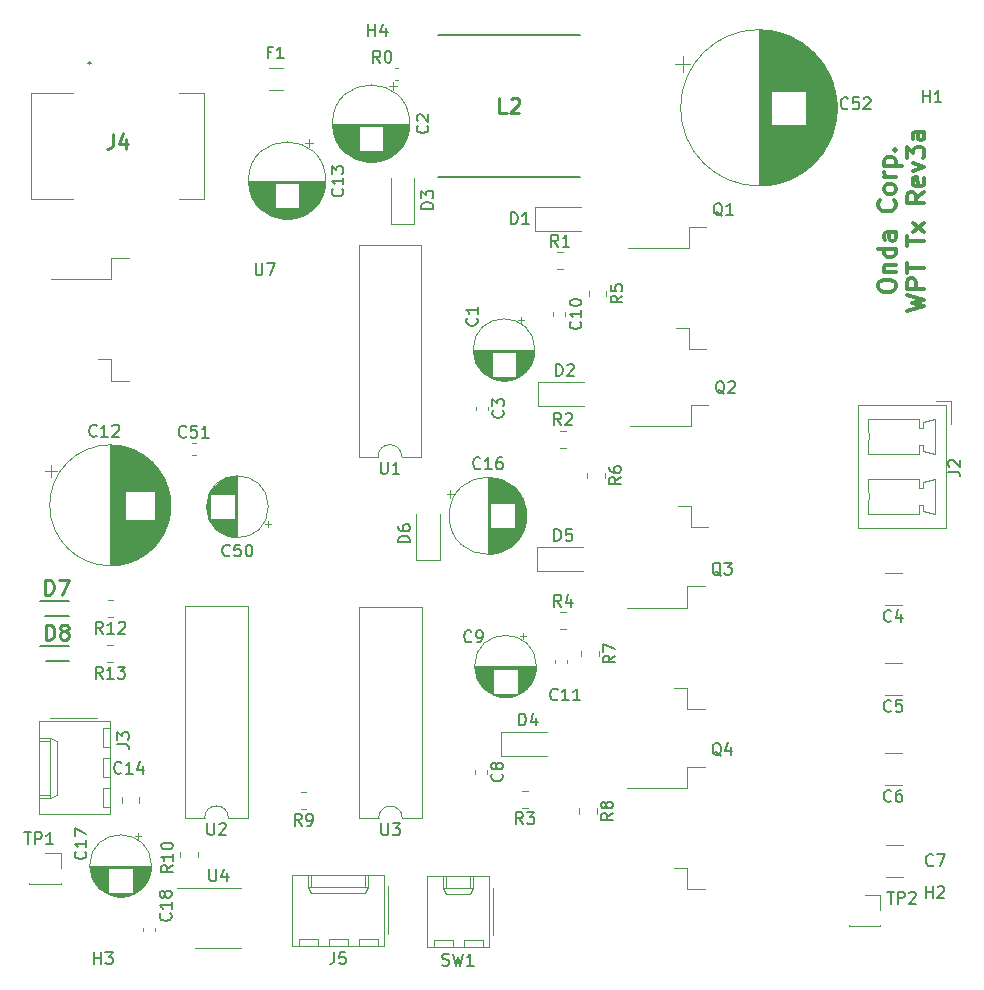
<source format=gto>
%TF.GenerationSoftware,KiCad,Pcbnew,(6.0.1)*%
%TF.CreationDate,2022-11-04T14:47:35-07:00*%
%TF.ProjectId,TxRev3a,54785265-7633-4612-9e6b-696361645f70,rev?*%
%TF.SameCoordinates,Original*%
%TF.FileFunction,Legend,Top*%
%TF.FilePolarity,Positive*%
%FSLAX46Y46*%
G04 Gerber Fmt 4.6, Leading zero omitted, Abs format (unit mm)*
G04 Created by KiCad (PCBNEW (6.0.1)) date 2022-11-04 14:47:35*
%MOMM*%
%LPD*%
G01*
G04 APERTURE LIST*
%ADD10C,0.300000*%
%ADD11C,0.150000*%
%ADD12C,0.254000*%
%ADD13C,0.120000*%
%ADD14C,0.200000*%
%ADD15C,0.100000*%
G04 APERTURE END LIST*
D10*
X200028071Y-69305571D02*
X200028071Y-69019857D01*
X200099500Y-68877000D01*
X200242357Y-68734142D01*
X200528071Y-68662714D01*
X201028071Y-68662714D01*
X201313785Y-68734142D01*
X201456642Y-68877000D01*
X201528071Y-69019857D01*
X201528071Y-69305571D01*
X201456642Y-69448428D01*
X201313785Y-69591285D01*
X201028071Y-69662714D01*
X200528071Y-69662714D01*
X200242357Y-69591285D01*
X200099500Y-69448428D01*
X200028071Y-69305571D01*
X200528071Y-68019857D02*
X201528071Y-68019857D01*
X200670928Y-68019857D02*
X200599500Y-67948428D01*
X200528071Y-67805571D01*
X200528071Y-67591285D01*
X200599500Y-67448428D01*
X200742357Y-67377000D01*
X201528071Y-67377000D01*
X201528071Y-66019857D02*
X200028071Y-66019857D01*
X201456642Y-66019857D02*
X201528071Y-66162714D01*
X201528071Y-66448428D01*
X201456642Y-66591285D01*
X201385214Y-66662714D01*
X201242357Y-66734142D01*
X200813785Y-66734142D01*
X200670928Y-66662714D01*
X200599500Y-66591285D01*
X200528071Y-66448428D01*
X200528071Y-66162714D01*
X200599500Y-66019857D01*
X201528071Y-64662714D02*
X200742357Y-64662714D01*
X200599500Y-64734142D01*
X200528071Y-64877000D01*
X200528071Y-65162714D01*
X200599500Y-65305571D01*
X201456642Y-64662714D02*
X201528071Y-64805571D01*
X201528071Y-65162714D01*
X201456642Y-65305571D01*
X201313785Y-65377000D01*
X201170928Y-65377000D01*
X201028071Y-65305571D01*
X200956642Y-65162714D01*
X200956642Y-64805571D01*
X200885214Y-64662714D01*
X201385214Y-61948428D02*
X201456642Y-62019857D01*
X201528071Y-62234142D01*
X201528071Y-62377000D01*
X201456642Y-62591285D01*
X201313785Y-62734142D01*
X201170928Y-62805571D01*
X200885214Y-62877000D01*
X200670928Y-62877000D01*
X200385214Y-62805571D01*
X200242357Y-62734142D01*
X200099500Y-62591285D01*
X200028071Y-62377000D01*
X200028071Y-62234142D01*
X200099500Y-62019857D01*
X200170928Y-61948428D01*
X201528071Y-61091285D02*
X201456642Y-61234142D01*
X201385214Y-61305571D01*
X201242357Y-61377000D01*
X200813785Y-61377000D01*
X200670928Y-61305571D01*
X200599500Y-61234142D01*
X200528071Y-61091285D01*
X200528071Y-60877000D01*
X200599500Y-60734142D01*
X200670928Y-60662714D01*
X200813785Y-60591285D01*
X201242357Y-60591285D01*
X201385214Y-60662714D01*
X201456642Y-60734142D01*
X201528071Y-60877000D01*
X201528071Y-61091285D01*
X201528071Y-59948428D02*
X200528071Y-59948428D01*
X200813785Y-59948428D02*
X200670928Y-59877000D01*
X200599500Y-59805571D01*
X200528071Y-59662714D01*
X200528071Y-59519857D01*
X200528071Y-59019857D02*
X202028071Y-59019857D01*
X200599500Y-59019857D02*
X200528071Y-58877000D01*
X200528071Y-58591285D01*
X200599500Y-58448428D01*
X200670928Y-58377000D01*
X200813785Y-58305571D01*
X201242357Y-58305571D01*
X201385214Y-58377000D01*
X201456642Y-58448428D01*
X201528071Y-58591285D01*
X201528071Y-58877000D01*
X201456642Y-59019857D01*
X201385214Y-57662714D02*
X201456642Y-57591285D01*
X201528071Y-57662714D01*
X201456642Y-57734142D01*
X201385214Y-57662714D01*
X201528071Y-57662714D01*
X202443071Y-71269857D02*
X203943071Y-70912714D01*
X202871642Y-70627000D01*
X203943071Y-70341285D01*
X202443071Y-69984142D01*
X203943071Y-69412714D02*
X202443071Y-69412714D01*
X202443071Y-68841285D01*
X202514500Y-68698428D01*
X202585928Y-68627000D01*
X202728785Y-68555571D01*
X202943071Y-68555571D01*
X203085928Y-68627000D01*
X203157357Y-68698428D01*
X203228785Y-68841285D01*
X203228785Y-69412714D01*
X202443071Y-68127000D02*
X202443071Y-67269857D01*
X203943071Y-67698428D02*
X202443071Y-67698428D01*
X202443071Y-65841285D02*
X202443071Y-64984142D01*
X203943071Y-65412714D02*
X202443071Y-65412714D01*
X203943071Y-64627000D02*
X202943071Y-63841285D01*
X202943071Y-64627000D02*
X203943071Y-63841285D01*
X203943071Y-61269857D02*
X203228785Y-61769857D01*
X203943071Y-62127000D02*
X202443071Y-62127000D01*
X202443071Y-61555571D01*
X202514500Y-61412714D01*
X202585928Y-61341285D01*
X202728785Y-61269857D01*
X202943071Y-61269857D01*
X203085928Y-61341285D01*
X203157357Y-61412714D01*
X203228785Y-61555571D01*
X203228785Y-62127000D01*
X203871642Y-60055571D02*
X203943071Y-60198428D01*
X203943071Y-60484142D01*
X203871642Y-60627000D01*
X203728785Y-60698428D01*
X203157357Y-60698428D01*
X203014500Y-60627000D01*
X202943071Y-60484142D01*
X202943071Y-60198428D01*
X203014500Y-60055571D01*
X203157357Y-59984142D01*
X203300214Y-59984142D01*
X203443071Y-60698428D01*
X202943071Y-59484142D02*
X203943071Y-59127000D01*
X202943071Y-58769857D01*
X202443071Y-58341285D02*
X202443071Y-57412714D01*
X203014500Y-57912714D01*
X203014500Y-57698428D01*
X203085928Y-57555571D01*
X203157357Y-57484142D01*
X203300214Y-57412714D01*
X203657357Y-57412714D01*
X203800214Y-57484142D01*
X203871642Y-57555571D01*
X203943071Y-57698428D01*
X203943071Y-58127000D01*
X203871642Y-58269857D01*
X203800214Y-58341285D01*
X203943071Y-56127000D02*
X203157357Y-56127000D01*
X203014500Y-56198428D01*
X202943071Y-56341285D01*
X202943071Y-56627000D01*
X203014500Y-56769857D01*
X203871642Y-56127000D02*
X203943071Y-56269857D01*
X203943071Y-56627000D01*
X203871642Y-56769857D01*
X203728785Y-56841285D01*
X203585928Y-56841285D01*
X203443071Y-56769857D01*
X203371642Y-56627000D01*
X203371642Y-56269857D01*
X203300214Y-56127000D01*
D11*
%TO.C,R0*%
X157872133Y-50287180D02*
X157538800Y-49810990D01*
X157300704Y-50287180D02*
X157300704Y-49287180D01*
X157681657Y-49287180D01*
X157776895Y-49334800D01*
X157824514Y-49382419D01*
X157872133Y-49477657D01*
X157872133Y-49620514D01*
X157824514Y-49715752D01*
X157776895Y-49763371D01*
X157681657Y-49810990D01*
X157300704Y-49810990D01*
X158491180Y-49287180D02*
X158586419Y-49287180D01*
X158681657Y-49334800D01*
X158729276Y-49382419D01*
X158776895Y-49477657D01*
X158824514Y-49668133D01*
X158824514Y-49906228D01*
X158776895Y-50096704D01*
X158729276Y-50191942D01*
X158681657Y-50239561D01*
X158586419Y-50287180D01*
X158491180Y-50287180D01*
X158395942Y-50239561D01*
X158348323Y-50191942D01*
X158300704Y-50096704D01*
X158253085Y-49906228D01*
X158253085Y-49668133D01*
X158300704Y-49477657D01*
X158348323Y-49382419D01*
X158395942Y-49334800D01*
X158491180Y-49287180D01*
%TO.C,C14*%
X135958342Y-110389942D02*
X135910723Y-110437561D01*
X135767866Y-110485180D01*
X135672628Y-110485180D01*
X135529771Y-110437561D01*
X135434533Y-110342323D01*
X135386914Y-110247085D01*
X135339295Y-110056609D01*
X135339295Y-109913752D01*
X135386914Y-109723276D01*
X135434533Y-109628038D01*
X135529771Y-109532800D01*
X135672628Y-109485180D01*
X135767866Y-109485180D01*
X135910723Y-109532800D01*
X135958342Y-109580419D01*
X136910723Y-110485180D02*
X136339295Y-110485180D01*
X136625009Y-110485180D02*
X136625009Y-109485180D01*
X136529771Y-109628038D01*
X136434533Y-109723276D01*
X136339295Y-109770895D01*
X137767866Y-109818514D02*
X137767866Y-110485180D01*
X137529771Y-109437561D02*
X137291676Y-110151847D01*
X137910723Y-110151847D01*
%TO.C,C4*%
X201128333Y-97526142D02*
X201080714Y-97573761D01*
X200937857Y-97621380D01*
X200842619Y-97621380D01*
X200699761Y-97573761D01*
X200604523Y-97478523D01*
X200556904Y-97383285D01*
X200509285Y-97192809D01*
X200509285Y-97049952D01*
X200556904Y-96859476D01*
X200604523Y-96764238D01*
X200699761Y-96669000D01*
X200842619Y-96621380D01*
X200937857Y-96621380D01*
X201080714Y-96669000D01*
X201128333Y-96716619D01*
X201985476Y-96954714D02*
X201985476Y-97621380D01*
X201747380Y-96573761D02*
X201509285Y-97288047D01*
X202128333Y-97288047D01*
%TO.C,C5*%
X201128333Y-105146142D02*
X201080714Y-105193761D01*
X200937857Y-105241380D01*
X200842619Y-105241380D01*
X200699761Y-105193761D01*
X200604523Y-105098523D01*
X200556904Y-105003285D01*
X200509285Y-104812809D01*
X200509285Y-104669952D01*
X200556904Y-104479476D01*
X200604523Y-104384238D01*
X200699761Y-104289000D01*
X200842619Y-104241380D01*
X200937857Y-104241380D01*
X201080714Y-104289000D01*
X201128333Y-104336619D01*
X202033095Y-104241380D02*
X201556904Y-104241380D01*
X201509285Y-104717571D01*
X201556904Y-104669952D01*
X201652142Y-104622333D01*
X201890238Y-104622333D01*
X201985476Y-104669952D01*
X202033095Y-104717571D01*
X202080714Y-104812809D01*
X202080714Y-105050904D01*
X202033095Y-105146142D01*
X201985476Y-105193761D01*
X201890238Y-105241380D01*
X201652142Y-105241380D01*
X201556904Y-105193761D01*
X201509285Y-105146142D01*
%TO.C,C6*%
X201128333Y-112766142D02*
X201080714Y-112813761D01*
X200937857Y-112861380D01*
X200842619Y-112861380D01*
X200699761Y-112813761D01*
X200604523Y-112718523D01*
X200556904Y-112623285D01*
X200509285Y-112432809D01*
X200509285Y-112289952D01*
X200556904Y-112099476D01*
X200604523Y-112004238D01*
X200699761Y-111909000D01*
X200842619Y-111861380D01*
X200937857Y-111861380D01*
X201080714Y-111909000D01*
X201128333Y-111956619D01*
X201985476Y-111861380D02*
X201795000Y-111861380D01*
X201699761Y-111909000D01*
X201652142Y-111956619D01*
X201556904Y-112099476D01*
X201509285Y-112289952D01*
X201509285Y-112670904D01*
X201556904Y-112766142D01*
X201604523Y-112813761D01*
X201699761Y-112861380D01*
X201890238Y-112861380D01*
X201985476Y-112813761D01*
X202033095Y-112766142D01*
X202080714Y-112670904D01*
X202080714Y-112432809D01*
X202033095Y-112337571D01*
X201985476Y-112289952D01*
X201890238Y-112242333D01*
X201699761Y-112242333D01*
X201604523Y-112289952D01*
X201556904Y-112337571D01*
X201509285Y-112432809D01*
%TO.C,C7*%
X204684333Y-118213142D02*
X204636714Y-118260761D01*
X204493857Y-118308380D01*
X204398619Y-118308380D01*
X204255761Y-118260761D01*
X204160523Y-118165523D01*
X204112904Y-118070285D01*
X204065285Y-117879809D01*
X204065285Y-117736952D01*
X204112904Y-117546476D01*
X204160523Y-117451238D01*
X204255761Y-117356000D01*
X204398619Y-117308380D01*
X204493857Y-117308380D01*
X204636714Y-117356000D01*
X204684333Y-117403619D01*
X205017666Y-117308380D02*
X205684333Y-117308380D01*
X205255761Y-118308380D01*
%TO.C,C52*%
X197477142Y-54132142D02*
X197429523Y-54179761D01*
X197286666Y-54227380D01*
X197191428Y-54227380D01*
X197048571Y-54179761D01*
X196953333Y-54084523D01*
X196905714Y-53989285D01*
X196858095Y-53798809D01*
X196858095Y-53655952D01*
X196905714Y-53465476D01*
X196953333Y-53370238D01*
X197048571Y-53275000D01*
X197191428Y-53227380D01*
X197286666Y-53227380D01*
X197429523Y-53275000D01*
X197477142Y-53322619D01*
X198381904Y-53227380D02*
X197905714Y-53227380D01*
X197858095Y-53703571D01*
X197905714Y-53655952D01*
X198000952Y-53608333D01*
X198239047Y-53608333D01*
X198334285Y-53655952D01*
X198381904Y-53703571D01*
X198429523Y-53798809D01*
X198429523Y-54036904D01*
X198381904Y-54132142D01*
X198334285Y-54179761D01*
X198239047Y-54227380D01*
X198000952Y-54227380D01*
X197905714Y-54179761D01*
X197858095Y-54132142D01*
X198810476Y-53322619D02*
X198858095Y-53275000D01*
X198953333Y-53227380D01*
X199191428Y-53227380D01*
X199286666Y-53275000D01*
X199334285Y-53322619D01*
X199381904Y-53417857D01*
X199381904Y-53513095D01*
X199334285Y-53655952D01*
X198762857Y-54227380D01*
X199381904Y-54227380D01*
%TO.C,D1*%
X168933904Y-63952380D02*
X168933904Y-62952380D01*
X169172000Y-62952380D01*
X169314857Y-63000000D01*
X169410095Y-63095238D01*
X169457714Y-63190476D01*
X169505333Y-63380952D01*
X169505333Y-63523809D01*
X169457714Y-63714285D01*
X169410095Y-63809523D01*
X169314857Y-63904761D01*
X169172000Y-63952380D01*
X168933904Y-63952380D01*
X170457714Y-63952380D02*
X169886285Y-63952380D01*
X170172000Y-63952380D02*
X170172000Y-62952380D01*
X170076761Y-63095238D01*
X169981523Y-63190476D01*
X169886285Y-63238095D01*
%TO.C,D2*%
X172743904Y-76811380D02*
X172743904Y-75811380D01*
X172982000Y-75811380D01*
X173124857Y-75859000D01*
X173220095Y-75954238D01*
X173267714Y-76049476D01*
X173315333Y-76239952D01*
X173315333Y-76382809D01*
X173267714Y-76573285D01*
X173220095Y-76668523D01*
X173124857Y-76763761D01*
X172982000Y-76811380D01*
X172743904Y-76811380D01*
X173696285Y-75906619D02*
X173743904Y-75859000D01*
X173839142Y-75811380D01*
X174077238Y-75811380D01*
X174172476Y-75859000D01*
X174220095Y-75906619D01*
X174267714Y-76001857D01*
X174267714Y-76097095D01*
X174220095Y-76239952D01*
X173648666Y-76811380D01*
X174267714Y-76811380D01*
%TO.C,D3*%
X162351980Y-62663295D02*
X161351980Y-62663295D01*
X161351980Y-62425200D01*
X161399600Y-62282342D01*
X161494838Y-62187104D01*
X161590076Y-62139485D01*
X161780552Y-62091866D01*
X161923409Y-62091866D01*
X162113885Y-62139485D01*
X162209123Y-62187104D01*
X162304361Y-62282342D01*
X162351980Y-62425200D01*
X162351980Y-62663295D01*
X161351980Y-61758533D02*
X161351980Y-61139485D01*
X161732933Y-61472819D01*
X161732933Y-61329961D01*
X161780552Y-61234723D01*
X161828171Y-61187104D01*
X161923409Y-61139485D01*
X162161504Y-61139485D01*
X162256742Y-61187104D01*
X162304361Y-61234723D01*
X162351980Y-61329961D01*
X162351980Y-61615676D01*
X162304361Y-61710914D01*
X162256742Y-61758533D01*
%TO.C,D4*%
X169641904Y-106402380D02*
X169641904Y-105402380D01*
X169880000Y-105402380D01*
X170022857Y-105450000D01*
X170118095Y-105545238D01*
X170165714Y-105640476D01*
X170213333Y-105830952D01*
X170213333Y-105973809D01*
X170165714Y-106164285D01*
X170118095Y-106259523D01*
X170022857Y-106354761D01*
X169880000Y-106402380D01*
X169641904Y-106402380D01*
X171070476Y-105735714D02*
X171070476Y-106402380D01*
X170832380Y-105354761D02*
X170594285Y-106069047D01*
X171213333Y-106069047D01*
%TO.C,D5*%
X172616904Y-90781380D02*
X172616904Y-89781380D01*
X172855000Y-89781380D01*
X172997857Y-89829000D01*
X173093095Y-89924238D01*
X173140714Y-90019476D01*
X173188333Y-90209952D01*
X173188333Y-90352809D01*
X173140714Y-90543285D01*
X173093095Y-90638523D01*
X172997857Y-90733761D01*
X172855000Y-90781380D01*
X172616904Y-90781380D01*
X174093095Y-89781380D02*
X173616904Y-89781380D01*
X173569285Y-90257571D01*
X173616904Y-90209952D01*
X173712142Y-90162333D01*
X173950238Y-90162333D01*
X174045476Y-90209952D01*
X174093095Y-90257571D01*
X174140714Y-90352809D01*
X174140714Y-90590904D01*
X174093095Y-90686142D01*
X174045476Y-90733761D01*
X173950238Y-90781380D01*
X173712142Y-90781380D01*
X173616904Y-90733761D01*
X173569285Y-90686142D01*
%TO.C,D6*%
X160377380Y-90908095D02*
X159377380Y-90908095D01*
X159377380Y-90670000D01*
X159425000Y-90527142D01*
X159520238Y-90431904D01*
X159615476Y-90384285D01*
X159805952Y-90336666D01*
X159948809Y-90336666D01*
X160139285Y-90384285D01*
X160234523Y-90431904D01*
X160329761Y-90527142D01*
X160377380Y-90670000D01*
X160377380Y-90908095D01*
X159377380Y-89479523D02*
X159377380Y-89670000D01*
X159425000Y-89765238D01*
X159472619Y-89812857D01*
X159615476Y-89908095D01*
X159805952Y-89955714D01*
X160186904Y-89955714D01*
X160282142Y-89908095D01*
X160329761Y-89860476D01*
X160377380Y-89765238D01*
X160377380Y-89574761D01*
X160329761Y-89479523D01*
X160282142Y-89431904D01*
X160186904Y-89384285D01*
X159948809Y-89384285D01*
X159853571Y-89431904D01*
X159805952Y-89479523D01*
X159758333Y-89574761D01*
X159758333Y-89765238D01*
X159805952Y-89860476D01*
X159853571Y-89908095D01*
X159948809Y-89955714D01*
%TO.C,U4*%
X143408495Y-118578380D02*
X143408495Y-119387904D01*
X143456114Y-119483142D01*
X143503733Y-119530761D01*
X143598971Y-119578380D01*
X143789447Y-119578380D01*
X143884685Y-119530761D01*
X143932304Y-119483142D01*
X143979923Y-119387904D01*
X143979923Y-118578380D01*
X144884685Y-118911714D02*
X144884685Y-119578380D01*
X144646590Y-118530761D02*
X144408495Y-119245047D01*
X145027542Y-119245047D01*
%TO.C,U7*%
X147320095Y-67270380D02*
X147320095Y-68079904D01*
X147367714Y-68175142D01*
X147415333Y-68222761D01*
X147510571Y-68270380D01*
X147701047Y-68270380D01*
X147796285Y-68222761D01*
X147843904Y-68175142D01*
X147891523Y-68079904D01*
X147891523Y-67270380D01*
X148272476Y-67270380D02*
X148939142Y-67270380D01*
X148510571Y-68270380D01*
%TO.C,C9*%
X165593733Y-99264742D02*
X165546114Y-99312361D01*
X165403257Y-99359980D01*
X165308019Y-99359980D01*
X165165161Y-99312361D01*
X165069923Y-99217123D01*
X165022304Y-99121885D01*
X164974685Y-98931409D01*
X164974685Y-98788552D01*
X165022304Y-98598076D01*
X165069923Y-98502838D01*
X165165161Y-98407600D01*
X165308019Y-98359980D01*
X165403257Y-98359980D01*
X165546114Y-98407600D01*
X165593733Y-98455219D01*
X166069923Y-99359980D02*
X166260400Y-99359980D01*
X166355638Y-99312361D01*
X166403257Y-99264742D01*
X166498495Y-99121885D01*
X166546114Y-98931409D01*
X166546114Y-98550457D01*
X166498495Y-98455219D01*
X166450876Y-98407600D01*
X166355638Y-98359980D01*
X166165161Y-98359980D01*
X166069923Y-98407600D01*
X166022304Y-98455219D01*
X165974685Y-98550457D01*
X165974685Y-98788552D01*
X166022304Y-98883790D01*
X166069923Y-98931409D01*
X166165161Y-98979028D01*
X166355638Y-98979028D01*
X166450876Y-98931409D01*
X166498495Y-98883790D01*
X166546114Y-98788552D01*
%TO.C,R2*%
X173188333Y-80971380D02*
X172855000Y-80495190D01*
X172616904Y-80971380D02*
X172616904Y-79971380D01*
X172997857Y-79971380D01*
X173093095Y-80019000D01*
X173140714Y-80066619D01*
X173188333Y-80161857D01*
X173188333Y-80304714D01*
X173140714Y-80399952D01*
X173093095Y-80447571D01*
X172997857Y-80495190D01*
X172616904Y-80495190D01*
X173569285Y-80066619D02*
X173616904Y-80019000D01*
X173712142Y-79971380D01*
X173950238Y-79971380D01*
X174045476Y-80019000D01*
X174093095Y-80066619D01*
X174140714Y-80161857D01*
X174140714Y-80257095D01*
X174093095Y-80399952D01*
X173521666Y-80971380D01*
X174140714Y-80971380D01*
D12*
%TO.C,L2*%
X168571333Y-54549523D02*
X167966571Y-54549523D01*
X167966571Y-53279523D01*
X168934190Y-53400476D02*
X168994666Y-53340000D01*
X169115619Y-53279523D01*
X169418000Y-53279523D01*
X169538952Y-53340000D01*
X169599428Y-53400476D01*
X169659904Y-53521428D01*
X169659904Y-53642380D01*
X169599428Y-53823809D01*
X168873714Y-54549523D01*
X169659904Y-54549523D01*
D11*
%TO.C,SW1*%
X163131666Y-126678761D02*
X163274523Y-126726380D01*
X163512619Y-126726380D01*
X163607857Y-126678761D01*
X163655476Y-126631142D01*
X163703095Y-126535904D01*
X163703095Y-126440666D01*
X163655476Y-126345428D01*
X163607857Y-126297809D01*
X163512619Y-126250190D01*
X163322142Y-126202571D01*
X163226904Y-126154952D01*
X163179285Y-126107333D01*
X163131666Y-126012095D01*
X163131666Y-125916857D01*
X163179285Y-125821619D01*
X163226904Y-125774000D01*
X163322142Y-125726380D01*
X163560238Y-125726380D01*
X163703095Y-125774000D01*
X164036428Y-125726380D02*
X164274523Y-126726380D01*
X164465000Y-126012095D01*
X164655476Y-126726380D01*
X164893571Y-125726380D01*
X165798333Y-126726380D02*
X165226904Y-126726380D01*
X165512619Y-126726380D02*
X165512619Y-125726380D01*
X165417380Y-125869238D01*
X165322142Y-125964476D01*
X165226904Y-126012095D01*
%TO.C,R13*%
X134358142Y-102432389D02*
X134024809Y-101956199D01*
X133786714Y-102432389D02*
X133786714Y-101432389D01*
X134167666Y-101432389D01*
X134262904Y-101480009D01*
X134310523Y-101527628D01*
X134358142Y-101622866D01*
X134358142Y-101765723D01*
X134310523Y-101860961D01*
X134262904Y-101908580D01*
X134167666Y-101956199D01*
X133786714Y-101956199D01*
X135310523Y-102432389D02*
X134739095Y-102432389D01*
X135024809Y-102432389D02*
X135024809Y-101432389D01*
X134929571Y-101575247D01*
X134834333Y-101670485D01*
X134739095Y-101718104D01*
X135643857Y-101432389D02*
X136262904Y-101432389D01*
X135929571Y-101813342D01*
X136072428Y-101813342D01*
X136167666Y-101860961D01*
X136215285Y-101908580D01*
X136262904Y-102003818D01*
X136262904Y-102241913D01*
X136215285Y-102337151D01*
X136167666Y-102384770D01*
X136072428Y-102432389D01*
X135786714Y-102432389D01*
X135691476Y-102384770D01*
X135643857Y-102337151D01*
%TO.C,C12*%
X133857142Y-81857142D02*
X133809523Y-81904761D01*
X133666666Y-81952380D01*
X133571428Y-81952380D01*
X133428571Y-81904761D01*
X133333333Y-81809523D01*
X133285714Y-81714285D01*
X133238095Y-81523809D01*
X133238095Y-81380952D01*
X133285714Y-81190476D01*
X133333333Y-81095238D01*
X133428571Y-81000000D01*
X133571428Y-80952380D01*
X133666666Y-80952380D01*
X133809523Y-81000000D01*
X133857142Y-81047619D01*
X134809523Y-81952380D02*
X134238095Y-81952380D01*
X134523809Y-81952380D02*
X134523809Y-80952380D01*
X134428571Y-81095238D01*
X134333333Y-81190476D01*
X134238095Y-81238095D01*
X135190476Y-81047619D02*
X135238095Y-81000000D01*
X135333333Y-80952380D01*
X135571428Y-80952380D01*
X135666666Y-81000000D01*
X135714285Y-81047619D01*
X135761904Y-81142857D01*
X135761904Y-81238095D01*
X135714285Y-81380952D01*
X135142857Y-81952380D01*
X135761904Y-81952380D01*
%TO.C,R5*%
X178378380Y-70016666D02*
X177902190Y-70350000D01*
X178378380Y-70588095D02*
X177378380Y-70588095D01*
X177378380Y-70207142D01*
X177426000Y-70111904D01*
X177473619Y-70064285D01*
X177568857Y-70016666D01*
X177711714Y-70016666D01*
X177806952Y-70064285D01*
X177854571Y-70111904D01*
X177902190Y-70207142D01*
X177902190Y-70588095D01*
X177378380Y-69111904D02*
X177378380Y-69588095D01*
X177854571Y-69635714D01*
X177806952Y-69588095D01*
X177759333Y-69492857D01*
X177759333Y-69254761D01*
X177806952Y-69159523D01*
X177854571Y-69111904D01*
X177949809Y-69064285D01*
X178187904Y-69064285D01*
X178283142Y-69111904D01*
X178330761Y-69159523D01*
X178378380Y-69254761D01*
X178378380Y-69492857D01*
X178330761Y-69588095D01*
X178283142Y-69635714D01*
%TO.C,C8*%
X168157142Y-110504266D02*
X168204761Y-110551885D01*
X168252380Y-110694742D01*
X168252380Y-110789980D01*
X168204761Y-110932838D01*
X168109523Y-111028076D01*
X168014285Y-111075695D01*
X167823809Y-111123314D01*
X167680952Y-111123314D01*
X167490476Y-111075695D01*
X167395238Y-111028076D01*
X167300000Y-110932838D01*
X167252380Y-110789980D01*
X167252380Y-110694742D01*
X167300000Y-110551885D01*
X167347619Y-110504266D01*
X167680952Y-109932838D02*
X167633333Y-110028076D01*
X167585714Y-110075695D01*
X167490476Y-110123314D01*
X167442857Y-110123314D01*
X167347619Y-110075695D01*
X167300000Y-110028076D01*
X167252380Y-109932838D01*
X167252380Y-109742361D01*
X167300000Y-109647123D01*
X167347619Y-109599504D01*
X167442857Y-109551885D01*
X167490476Y-109551885D01*
X167585714Y-109599504D01*
X167633333Y-109647123D01*
X167680952Y-109742361D01*
X167680952Y-109932838D01*
X167728571Y-110028076D01*
X167776190Y-110075695D01*
X167871428Y-110123314D01*
X168061904Y-110123314D01*
X168157142Y-110075695D01*
X168204761Y-110028076D01*
X168252380Y-109932838D01*
X168252380Y-109742361D01*
X168204761Y-109647123D01*
X168157142Y-109599504D01*
X168061904Y-109551885D01*
X167871428Y-109551885D01*
X167776190Y-109599504D01*
X167728571Y-109647123D01*
X167680952Y-109742361D01*
%TO.C,TP2*%
X200795095Y-120483380D02*
X201366523Y-120483380D01*
X201080809Y-121483380D02*
X201080809Y-120483380D01*
X201699857Y-121483380D02*
X201699857Y-120483380D01*
X202080809Y-120483380D01*
X202176047Y-120531000D01*
X202223666Y-120578619D01*
X202271285Y-120673857D01*
X202271285Y-120816714D01*
X202223666Y-120911952D01*
X202176047Y-120959571D01*
X202080809Y-121007190D01*
X201699857Y-121007190D01*
X202652238Y-120578619D02*
X202699857Y-120531000D01*
X202795095Y-120483380D01*
X203033190Y-120483380D01*
X203128428Y-120531000D01*
X203176047Y-120578619D01*
X203223666Y-120673857D01*
X203223666Y-120769095D01*
X203176047Y-120911952D01*
X202604619Y-121483380D01*
X203223666Y-121483380D01*
%TO.C,C13*%
X154662142Y-60967858D02*
X154709761Y-61015477D01*
X154757380Y-61158334D01*
X154757380Y-61253572D01*
X154709761Y-61396429D01*
X154614523Y-61491667D01*
X154519285Y-61539286D01*
X154328809Y-61586905D01*
X154185952Y-61586905D01*
X153995476Y-61539286D01*
X153900238Y-61491667D01*
X153805000Y-61396429D01*
X153757380Y-61253572D01*
X153757380Y-61158334D01*
X153805000Y-61015477D01*
X153852619Y-60967858D01*
X154757380Y-60015477D02*
X154757380Y-60586905D01*
X154757380Y-60301191D02*
X153757380Y-60301191D01*
X153900238Y-60396429D01*
X153995476Y-60491667D01*
X154043095Y-60586905D01*
X153757380Y-59682143D02*
X153757380Y-59063096D01*
X154138333Y-59396429D01*
X154138333Y-59253572D01*
X154185952Y-59158334D01*
X154233571Y-59110715D01*
X154328809Y-59063096D01*
X154566904Y-59063096D01*
X154662142Y-59110715D01*
X154709761Y-59158334D01*
X154757380Y-59253572D01*
X154757380Y-59539286D01*
X154709761Y-59634524D01*
X154662142Y-59682143D01*
D12*
%TO.C,D8*%
X129547626Y-99146513D02*
X129547626Y-97876513D01*
X129850007Y-97876513D01*
X130031435Y-97936990D01*
X130152387Y-98057942D01*
X130212864Y-98178894D01*
X130273340Y-98420799D01*
X130273340Y-98602228D01*
X130212864Y-98844132D01*
X130152387Y-98965085D01*
X130031435Y-99086037D01*
X129850007Y-99146513D01*
X129547626Y-99146513D01*
X130999054Y-98420799D02*
X130878102Y-98360323D01*
X130817626Y-98299847D01*
X130757149Y-98178894D01*
X130757149Y-98118418D01*
X130817626Y-97997466D01*
X130878102Y-97936990D01*
X130999054Y-97876513D01*
X131240959Y-97876513D01*
X131361911Y-97936990D01*
X131422387Y-97997466D01*
X131482864Y-98118418D01*
X131482864Y-98178894D01*
X131422387Y-98299847D01*
X131361911Y-98360323D01*
X131240959Y-98420799D01*
X130999054Y-98420799D01*
X130878102Y-98481275D01*
X130817626Y-98541751D01*
X130757149Y-98662704D01*
X130757149Y-98904609D01*
X130817626Y-99025561D01*
X130878102Y-99086037D01*
X130999054Y-99146513D01*
X131240959Y-99146513D01*
X131361911Y-99086037D01*
X131422387Y-99025561D01*
X131482864Y-98904609D01*
X131482864Y-98662704D01*
X131422387Y-98541751D01*
X131361911Y-98481275D01*
X131240959Y-98420799D01*
D11*
%TO.C,C3*%
X168258742Y-79719466D02*
X168306361Y-79767085D01*
X168353980Y-79909942D01*
X168353980Y-80005180D01*
X168306361Y-80148038D01*
X168211123Y-80243276D01*
X168115885Y-80290895D01*
X167925409Y-80338514D01*
X167782552Y-80338514D01*
X167592076Y-80290895D01*
X167496838Y-80243276D01*
X167401600Y-80148038D01*
X167353980Y-80005180D01*
X167353980Y-79909942D01*
X167401600Y-79767085D01*
X167449219Y-79719466D01*
X167353980Y-79386133D02*
X167353980Y-78767085D01*
X167734933Y-79100419D01*
X167734933Y-78957561D01*
X167782552Y-78862323D01*
X167830171Y-78814704D01*
X167925409Y-78767085D01*
X168163504Y-78767085D01*
X168258742Y-78814704D01*
X168306361Y-78862323D01*
X168353980Y-78957561D01*
X168353980Y-79243276D01*
X168306361Y-79338514D01*
X168258742Y-79386133D01*
%TO.C,R1*%
X172934333Y-65858380D02*
X172601000Y-65382190D01*
X172362904Y-65858380D02*
X172362904Y-64858380D01*
X172743857Y-64858380D01*
X172839095Y-64906000D01*
X172886714Y-64953619D01*
X172934333Y-65048857D01*
X172934333Y-65191714D01*
X172886714Y-65286952D01*
X172839095Y-65334571D01*
X172743857Y-65382190D01*
X172362904Y-65382190D01*
X173886714Y-65858380D02*
X173315285Y-65858380D01*
X173601000Y-65858380D02*
X173601000Y-64858380D01*
X173505761Y-65001238D01*
X173410523Y-65096476D01*
X173315285Y-65144095D01*
%TO.C,H1*%
X203809695Y-53639980D02*
X203809695Y-52639980D01*
X203809695Y-53116171D02*
X204381123Y-53116171D01*
X204381123Y-53639980D02*
X204381123Y-52639980D01*
X205381123Y-53639980D02*
X204809695Y-53639980D01*
X205095409Y-53639980D02*
X205095409Y-52639980D01*
X205000171Y-52782838D01*
X204904933Y-52878076D01*
X204809695Y-52925695D01*
%TO.C,F1*%
X148663066Y-49407771D02*
X148329733Y-49407771D01*
X148329733Y-49931580D02*
X148329733Y-48931580D01*
X148805923Y-48931580D01*
X149710685Y-49931580D02*
X149139257Y-49931580D01*
X149424971Y-49931580D02*
X149424971Y-48931580D01*
X149329733Y-49074438D01*
X149234495Y-49169676D01*
X149139257Y-49217295D01*
%TO.C,C1*%
X166038142Y-71921666D02*
X166085761Y-71969285D01*
X166133380Y-72112142D01*
X166133380Y-72207380D01*
X166085761Y-72350238D01*
X165990523Y-72445476D01*
X165895285Y-72493095D01*
X165704809Y-72540714D01*
X165561952Y-72540714D01*
X165371476Y-72493095D01*
X165276238Y-72445476D01*
X165181000Y-72350238D01*
X165133380Y-72207380D01*
X165133380Y-72112142D01*
X165181000Y-71969285D01*
X165228619Y-71921666D01*
X166133380Y-70969285D02*
X166133380Y-71540714D01*
X166133380Y-71255000D02*
X165133380Y-71255000D01*
X165276238Y-71350238D01*
X165371476Y-71445476D01*
X165419095Y-71540714D01*
%TO.C,R7*%
X177743380Y-100496666D02*
X177267190Y-100830000D01*
X177743380Y-101068095D02*
X176743380Y-101068095D01*
X176743380Y-100687142D01*
X176791000Y-100591904D01*
X176838619Y-100544285D01*
X176933857Y-100496666D01*
X177076714Y-100496666D01*
X177171952Y-100544285D01*
X177219571Y-100591904D01*
X177267190Y-100687142D01*
X177267190Y-101068095D01*
X176743380Y-100163333D02*
X176743380Y-99496666D01*
X177743380Y-99925238D01*
%TO.C,C17*%
X132894342Y-117076457D02*
X132941961Y-117124076D01*
X132989580Y-117266933D01*
X132989580Y-117362171D01*
X132941961Y-117505028D01*
X132846723Y-117600266D01*
X132751485Y-117647885D01*
X132561009Y-117695504D01*
X132418152Y-117695504D01*
X132227676Y-117647885D01*
X132132438Y-117600266D01*
X132037200Y-117505028D01*
X131989580Y-117362171D01*
X131989580Y-117266933D01*
X132037200Y-117124076D01*
X132084819Y-117076457D01*
X132989580Y-116124076D02*
X132989580Y-116695504D01*
X132989580Y-116409790D02*
X131989580Y-116409790D01*
X132132438Y-116505028D01*
X132227676Y-116600266D01*
X132275295Y-116695504D01*
X131989580Y-115790742D02*
X131989580Y-115124076D01*
X132989580Y-115552647D01*
%TO.C,C18*%
X140107942Y-122308857D02*
X140155561Y-122356476D01*
X140203180Y-122499333D01*
X140203180Y-122594571D01*
X140155561Y-122737428D01*
X140060323Y-122832666D01*
X139965085Y-122880285D01*
X139774609Y-122927904D01*
X139631752Y-122927904D01*
X139441276Y-122880285D01*
X139346038Y-122832666D01*
X139250800Y-122737428D01*
X139203180Y-122594571D01*
X139203180Y-122499333D01*
X139250800Y-122356476D01*
X139298419Y-122308857D01*
X140203180Y-121356476D02*
X140203180Y-121927904D01*
X140203180Y-121642190D02*
X139203180Y-121642190D01*
X139346038Y-121737428D01*
X139441276Y-121832666D01*
X139488895Y-121927904D01*
X139631752Y-120785047D02*
X139584133Y-120880285D01*
X139536514Y-120927904D01*
X139441276Y-120975523D01*
X139393657Y-120975523D01*
X139298419Y-120927904D01*
X139250800Y-120880285D01*
X139203180Y-120785047D01*
X139203180Y-120594571D01*
X139250800Y-120499333D01*
X139298419Y-120451714D01*
X139393657Y-120404095D01*
X139441276Y-120404095D01*
X139536514Y-120451714D01*
X139584133Y-120499333D01*
X139631752Y-120594571D01*
X139631752Y-120785047D01*
X139679371Y-120880285D01*
X139726990Y-120927904D01*
X139822228Y-120975523D01*
X140012704Y-120975523D01*
X140107942Y-120927904D01*
X140155561Y-120880285D01*
X140203180Y-120785047D01*
X140203180Y-120594571D01*
X140155561Y-120499333D01*
X140107942Y-120451714D01*
X140012704Y-120404095D01*
X139822228Y-120404095D01*
X139726990Y-120451714D01*
X139679371Y-120499333D01*
X139631752Y-120594571D01*
%TO.C,U2*%
X143246095Y-114661380D02*
X143246095Y-115470904D01*
X143293714Y-115566142D01*
X143341333Y-115613761D01*
X143436571Y-115661380D01*
X143627047Y-115661380D01*
X143722285Y-115613761D01*
X143769904Y-115566142D01*
X143817523Y-115470904D01*
X143817523Y-114661380D01*
X144246095Y-114756619D02*
X144293714Y-114709000D01*
X144388952Y-114661380D01*
X144627047Y-114661380D01*
X144722285Y-114709000D01*
X144769904Y-114756619D01*
X144817523Y-114851857D01*
X144817523Y-114947095D01*
X144769904Y-115089952D01*
X144198476Y-115661380D01*
X144817523Y-115661380D01*
%TO.C,Q3*%
X186721761Y-93719619D02*
X186626523Y-93672000D01*
X186531285Y-93576761D01*
X186388428Y-93433904D01*
X186293190Y-93386285D01*
X186197952Y-93386285D01*
X186245571Y-93624380D02*
X186150333Y-93576761D01*
X186055095Y-93481523D01*
X186007476Y-93291047D01*
X186007476Y-92957714D01*
X186055095Y-92767238D01*
X186150333Y-92672000D01*
X186245571Y-92624380D01*
X186436047Y-92624380D01*
X186531285Y-92672000D01*
X186626523Y-92767238D01*
X186674142Y-92957714D01*
X186674142Y-93291047D01*
X186626523Y-93481523D01*
X186531285Y-93576761D01*
X186436047Y-93624380D01*
X186245571Y-93624380D01*
X187007476Y-92624380D02*
X187626523Y-92624380D01*
X187293190Y-93005333D01*
X187436047Y-93005333D01*
X187531285Y-93052952D01*
X187578904Y-93100571D01*
X187626523Y-93195809D01*
X187626523Y-93433904D01*
X187578904Y-93529142D01*
X187531285Y-93576761D01*
X187436047Y-93624380D01*
X187150333Y-93624380D01*
X187055095Y-93576761D01*
X187007476Y-93529142D01*
%TO.C,U1*%
X157924095Y-84083380D02*
X157924095Y-84892904D01*
X157971714Y-84988142D01*
X158019333Y-85035761D01*
X158114571Y-85083380D01*
X158305047Y-85083380D01*
X158400285Y-85035761D01*
X158447904Y-84988142D01*
X158495523Y-84892904D01*
X158495523Y-84083380D01*
X159495523Y-85083380D02*
X158924095Y-85083380D01*
X159209809Y-85083380D02*
X159209809Y-84083380D01*
X159114571Y-84226238D01*
X159019333Y-84321476D01*
X158924095Y-84369095D01*
%TO.C,Q1*%
X186836761Y-63258619D02*
X186741523Y-63211000D01*
X186646285Y-63115761D01*
X186503428Y-62972904D01*
X186408190Y-62925285D01*
X186312952Y-62925285D01*
X186360571Y-63163380D02*
X186265333Y-63115761D01*
X186170095Y-63020523D01*
X186122476Y-62830047D01*
X186122476Y-62496714D01*
X186170095Y-62306238D01*
X186265333Y-62211000D01*
X186360571Y-62163380D01*
X186551047Y-62163380D01*
X186646285Y-62211000D01*
X186741523Y-62306238D01*
X186789142Y-62496714D01*
X186789142Y-62830047D01*
X186741523Y-63020523D01*
X186646285Y-63115761D01*
X186551047Y-63163380D01*
X186360571Y-63163380D01*
X187741523Y-63163380D02*
X187170095Y-63163380D01*
X187455809Y-63163380D02*
X187455809Y-62163380D01*
X187360571Y-62306238D01*
X187265333Y-62401476D01*
X187170095Y-62449095D01*
%TO.C,J2*%
X205954380Y-84915333D02*
X206668666Y-84915333D01*
X206811523Y-84962952D01*
X206906761Y-85058190D01*
X206954380Y-85201047D01*
X206954380Y-85296285D01*
X206049619Y-84486761D02*
X206002000Y-84439142D01*
X205954380Y-84343904D01*
X205954380Y-84105809D01*
X206002000Y-84010571D01*
X206049619Y-83962952D01*
X206144857Y-83915333D01*
X206240095Y-83915333D01*
X206382952Y-83962952D01*
X206954380Y-84534380D01*
X206954380Y-83915333D01*
%TO.C,Q4*%
X186733761Y-108978619D02*
X186638523Y-108931000D01*
X186543285Y-108835761D01*
X186400428Y-108692904D01*
X186305190Y-108645285D01*
X186209952Y-108645285D01*
X186257571Y-108883380D02*
X186162333Y-108835761D01*
X186067095Y-108740523D01*
X186019476Y-108550047D01*
X186019476Y-108216714D01*
X186067095Y-108026238D01*
X186162333Y-107931000D01*
X186257571Y-107883380D01*
X186448047Y-107883380D01*
X186543285Y-107931000D01*
X186638523Y-108026238D01*
X186686142Y-108216714D01*
X186686142Y-108550047D01*
X186638523Y-108740523D01*
X186543285Y-108835761D01*
X186448047Y-108883380D01*
X186257571Y-108883380D01*
X187543285Y-108216714D02*
X187543285Y-108883380D01*
X187305190Y-107835761D02*
X187067095Y-108550047D01*
X187686142Y-108550047D01*
%TO.C,J3*%
X135596380Y-107978533D02*
X136310666Y-107978533D01*
X136453523Y-108026152D01*
X136548761Y-108121390D01*
X136596380Y-108264247D01*
X136596380Y-108359485D01*
X135596380Y-107597580D02*
X135596380Y-106978533D01*
X135977333Y-107311866D01*
X135977333Y-107169009D01*
X136024952Y-107073771D01*
X136072571Y-107026152D01*
X136167809Y-106978533D01*
X136405904Y-106978533D01*
X136501142Y-107026152D01*
X136548761Y-107073771D01*
X136596380Y-107169009D01*
X136596380Y-107454723D01*
X136548761Y-107549961D01*
X136501142Y-107597580D01*
%TO.C,R9*%
X151217333Y-114878380D02*
X150884000Y-114402190D01*
X150645904Y-114878380D02*
X150645904Y-113878380D01*
X151026857Y-113878380D01*
X151122095Y-113926000D01*
X151169714Y-113973619D01*
X151217333Y-114068857D01*
X151217333Y-114211714D01*
X151169714Y-114306952D01*
X151122095Y-114354571D01*
X151026857Y-114402190D01*
X150645904Y-114402190D01*
X151693523Y-114878380D02*
X151884000Y-114878380D01*
X151979238Y-114830761D01*
X152026857Y-114783142D01*
X152122095Y-114640285D01*
X152169714Y-114449809D01*
X152169714Y-114068857D01*
X152122095Y-113973619D01*
X152074476Y-113926000D01*
X151979238Y-113878380D01*
X151788761Y-113878380D01*
X151693523Y-113926000D01*
X151645904Y-113973619D01*
X151598285Y-114068857D01*
X151598285Y-114306952D01*
X151645904Y-114402190D01*
X151693523Y-114449809D01*
X151788761Y-114497428D01*
X151979238Y-114497428D01*
X152074476Y-114449809D01*
X152122095Y-114402190D01*
X152169714Y-114306952D01*
%TO.C,H2*%
X204063695Y-121000780D02*
X204063695Y-120000780D01*
X204063695Y-120476971D02*
X204635123Y-120476971D01*
X204635123Y-121000780D02*
X204635123Y-120000780D01*
X205063695Y-120096019D02*
X205111314Y-120048400D01*
X205206552Y-120000780D01*
X205444647Y-120000780D01*
X205539885Y-120048400D01*
X205587504Y-120096019D01*
X205635123Y-120191257D01*
X205635123Y-120286495D01*
X205587504Y-120429352D01*
X205016076Y-121000780D01*
X205635123Y-121000780D01*
%TO.C,Q2*%
X187017773Y-78333620D02*
X186922535Y-78286001D01*
X186827297Y-78190762D01*
X186684440Y-78047905D01*
X186589202Y-78000286D01*
X186493964Y-78000286D01*
X186541583Y-78238381D02*
X186446345Y-78190762D01*
X186351107Y-78095524D01*
X186303488Y-77905048D01*
X186303488Y-77571715D01*
X186351107Y-77381239D01*
X186446345Y-77286001D01*
X186541583Y-77238381D01*
X186732059Y-77238381D01*
X186827297Y-77286001D01*
X186922535Y-77381239D01*
X186970154Y-77571715D01*
X186970154Y-77905048D01*
X186922535Y-78095524D01*
X186827297Y-78190762D01*
X186732059Y-78238381D01*
X186541583Y-78238381D01*
X187351107Y-77333620D02*
X187398726Y-77286001D01*
X187493964Y-77238381D01*
X187732059Y-77238381D01*
X187827297Y-77286001D01*
X187874916Y-77333620D01*
X187922535Y-77428858D01*
X187922535Y-77524096D01*
X187874916Y-77666953D01*
X187303488Y-78238381D01*
X187922535Y-78238381D01*
%TO.C,R10*%
X140304780Y-118217921D02*
X139828590Y-118551254D01*
X140304780Y-118789349D02*
X139304780Y-118789349D01*
X139304780Y-118408397D01*
X139352400Y-118313159D01*
X139400019Y-118265540D01*
X139495257Y-118217921D01*
X139638114Y-118217921D01*
X139733352Y-118265540D01*
X139780971Y-118313159D01*
X139828590Y-118408397D01*
X139828590Y-118789349D01*
X140304780Y-117265540D02*
X140304780Y-117836968D01*
X140304780Y-117551254D02*
X139304780Y-117551254D01*
X139447638Y-117646492D01*
X139542876Y-117741730D01*
X139590495Y-117836968D01*
X139304780Y-116646492D02*
X139304780Y-116551254D01*
X139352400Y-116456016D01*
X139400019Y-116408397D01*
X139495257Y-116360778D01*
X139685733Y-116313159D01*
X139923828Y-116313159D01*
X140114304Y-116360778D01*
X140209542Y-116408397D01*
X140257161Y-116456016D01*
X140304780Y-116551254D01*
X140304780Y-116646492D01*
X140257161Y-116741730D01*
X140209542Y-116789349D01*
X140114304Y-116836968D01*
X139923828Y-116884587D01*
X139685733Y-116884587D01*
X139495257Y-116836968D01*
X139400019Y-116789349D01*
X139352400Y-116741730D01*
X139304780Y-116646492D01*
%TO.C,H3*%
X133654895Y-126588780D02*
X133654895Y-125588780D01*
X133654895Y-126064971D02*
X134226323Y-126064971D01*
X134226323Y-126588780D02*
X134226323Y-125588780D01*
X134607276Y-125588780D02*
X135226323Y-125588780D01*
X134892990Y-125969733D01*
X135035847Y-125969733D01*
X135131085Y-126017352D01*
X135178704Y-126064971D01*
X135226323Y-126160209D01*
X135226323Y-126398304D01*
X135178704Y-126493542D01*
X135131085Y-126541161D01*
X135035847Y-126588780D01*
X134750133Y-126588780D01*
X134654895Y-126541161D01*
X134607276Y-126493542D01*
D12*
%TO.C,J4*%
X135212658Y-56327522D02*
X135212658Y-57234665D01*
X135152182Y-57416094D01*
X135031230Y-57537046D01*
X134849801Y-57597522D01*
X134728849Y-57597522D01*
X136361706Y-56750856D02*
X136361706Y-57597522D01*
X136059325Y-56267046D02*
X135756944Y-57174189D01*
X136543134Y-57174189D01*
D11*
%TO.C,C50*%
X145133147Y-91991142D02*
X145085528Y-92038761D01*
X144942671Y-92086380D01*
X144847433Y-92086380D01*
X144704576Y-92038761D01*
X144609338Y-91943523D01*
X144561719Y-91848285D01*
X144514100Y-91657809D01*
X144514100Y-91514952D01*
X144561719Y-91324476D01*
X144609338Y-91229238D01*
X144704576Y-91134000D01*
X144847433Y-91086380D01*
X144942671Y-91086380D01*
X145085528Y-91134000D01*
X145133147Y-91181619D01*
X146037909Y-91086380D02*
X145561719Y-91086380D01*
X145514100Y-91562571D01*
X145561719Y-91514952D01*
X145656957Y-91467333D01*
X145895052Y-91467333D01*
X145990290Y-91514952D01*
X146037909Y-91562571D01*
X146085528Y-91657809D01*
X146085528Y-91895904D01*
X146037909Y-91991142D01*
X145990290Y-92038761D01*
X145895052Y-92086380D01*
X145656957Y-92086380D01*
X145561719Y-92038761D01*
X145514100Y-91991142D01*
X146704576Y-91086380D02*
X146799814Y-91086380D01*
X146895052Y-91134000D01*
X146942671Y-91181619D01*
X146990290Y-91276857D01*
X147037909Y-91467333D01*
X147037909Y-91705428D01*
X146990290Y-91895904D01*
X146942671Y-91991142D01*
X146895052Y-92038761D01*
X146799814Y-92086380D01*
X146704576Y-92086380D01*
X146609338Y-92038761D01*
X146561719Y-91991142D01*
X146514100Y-91895904D01*
X146466481Y-91705428D01*
X146466481Y-91467333D01*
X146514100Y-91276857D01*
X146561719Y-91181619D01*
X146609338Y-91134000D01*
X146704576Y-91086380D01*
%TO.C,R6*%
X178251380Y-85383666D02*
X177775190Y-85717000D01*
X178251380Y-85955095D02*
X177251380Y-85955095D01*
X177251380Y-85574142D01*
X177299000Y-85478904D01*
X177346619Y-85431285D01*
X177441857Y-85383666D01*
X177584714Y-85383666D01*
X177679952Y-85431285D01*
X177727571Y-85478904D01*
X177775190Y-85574142D01*
X177775190Y-85955095D01*
X177251380Y-84526523D02*
X177251380Y-84717000D01*
X177299000Y-84812238D01*
X177346619Y-84859857D01*
X177489476Y-84955095D01*
X177679952Y-85002714D01*
X178060904Y-85002714D01*
X178156142Y-84955095D01*
X178203761Y-84907476D01*
X178251380Y-84812238D01*
X178251380Y-84621761D01*
X178203761Y-84526523D01*
X178156142Y-84478904D01*
X178060904Y-84431285D01*
X177822809Y-84431285D01*
X177727571Y-84478904D01*
X177679952Y-84526523D01*
X177632333Y-84621761D01*
X177632333Y-84812238D01*
X177679952Y-84907476D01*
X177727571Y-84955095D01*
X177822809Y-85002714D01*
%TO.C,TP1*%
X127738095Y-115452380D02*
X128309523Y-115452380D01*
X128023809Y-116452380D02*
X128023809Y-115452380D01*
X128642857Y-116452380D02*
X128642857Y-115452380D01*
X129023809Y-115452380D01*
X129119047Y-115500000D01*
X129166666Y-115547619D01*
X129214285Y-115642857D01*
X129214285Y-115785714D01*
X129166666Y-115880952D01*
X129119047Y-115928571D01*
X129023809Y-115976190D01*
X128642857Y-115976190D01*
X130166666Y-116452380D02*
X129595238Y-116452380D01*
X129880952Y-116452380D02*
X129880952Y-115452380D01*
X129785714Y-115595238D01*
X129690476Y-115690476D01*
X129595238Y-115738095D01*
%TO.C,C2*%
X161856142Y-55606287D02*
X161903761Y-55653906D01*
X161951380Y-55796763D01*
X161951380Y-55892001D01*
X161903761Y-56034859D01*
X161808523Y-56130097D01*
X161713285Y-56177716D01*
X161522809Y-56225335D01*
X161379952Y-56225335D01*
X161189476Y-56177716D01*
X161094238Y-56130097D01*
X160999000Y-56034859D01*
X160951380Y-55892001D01*
X160951380Y-55796763D01*
X160999000Y-55653906D01*
X161046619Y-55606287D01*
X161046619Y-55225335D02*
X160999000Y-55177716D01*
X160951380Y-55082478D01*
X160951380Y-54844382D01*
X160999000Y-54749144D01*
X161046619Y-54701525D01*
X161141857Y-54653906D01*
X161237095Y-54653906D01*
X161379952Y-54701525D01*
X161951380Y-55272954D01*
X161951380Y-54653906D01*
%TO.C,C10*%
X174811942Y-72220057D02*
X174859561Y-72267676D01*
X174907180Y-72410533D01*
X174907180Y-72505771D01*
X174859561Y-72648628D01*
X174764323Y-72743866D01*
X174669085Y-72791485D01*
X174478609Y-72839104D01*
X174335752Y-72839104D01*
X174145276Y-72791485D01*
X174050038Y-72743866D01*
X173954800Y-72648628D01*
X173907180Y-72505771D01*
X173907180Y-72410533D01*
X173954800Y-72267676D01*
X174002419Y-72220057D01*
X174907180Y-71267676D02*
X174907180Y-71839104D01*
X174907180Y-71553390D02*
X173907180Y-71553390D01*
X174050038Y-71648628D01*
X174145276Y-71743866D01*
X174192895Y-71839104D01*
X173907180Y-70648628D02*
X173907180Y-70553390D01*
X173954800Y-70458152D01*
X174002419Y-70410533D01*
X174097657Y-70362914D01*
X174288133Y-70315295D01*
X174526228Y-70315295D01*
X174716704Y-70362914D01*
X174811942Y-70410533D01*
X174859561Y-70458152D01*
X174907180Y-70553390D01*
X174907180Y-70648628D01*
X174859561Y-70743866D01*
X174811942Y-70791485D01*
X174716704Y-70839104D01*
X174526228Y-70886723D01*
X174288133Y-70886723D01*
X174097657Y-70839104D01*
X174002419Y-70791485D01*
X173954800Y-70743866D01*
X173907180Y-70648628D01*
%TO.C,C11*%
X172889942Y-104192342D02*
X172842323Y-104239961D01*
X172699466Y-104287580D01*
X172604228Y-104287580D01*
X172461371Y-104239961D01*
X172366133Y-104144723D01*
X172318514Y-104049485D01*
X172270895Y-103859009D01*
X172270895Y-103716152D01*
X172318514Y-103525676D01*
X172366133Y-103430438D01*
X172461371Y-103335200D01*
X172604228Y-103287580D01*
X172699466Y-103287580D01*
X172842323Y-103335200D01*
X172889942Y-103382819D01*
X173842323Y-104287580D02*
X173270895Y-104287580D01*
X173556609Y-104287580D02*
X173556609Y-103287580D01*
X173461371Y-103430438D01*
X173366133Y-103525676D01*
X173270895Y-103573295D01*
X174794704Y-104287580D02*
X174223276Y-104287580D01*
X174508990Y-104287580D02*
X174508990Y-103287580D01*
X174413752Y-103430438D01*
X174318514Y-103525676D01*
X174223276Y-103573295D01*
%TO.C,C51*%
X141444742Y-81934342D02*
X141397123Y-81981961D01*
X141254266Y-82029580D01*
X141159028Y-82029580D01*
X141016171Y-81981961D01*
X140920933Y-81886723D01*
X140873314Y-81791485D01*
X140825695Y-81601009D01*
X140825695Y-81458152D01*
X140873314Y-81267676D01*
X140920933Y-81172438D01*
X141016171Y-81077200D01*
X141159028Y-81029580D01*
X141254266Y-81029580D01*
X141397123Y-81077200D01*
X141444742Y-81124819D01*
X142349504Y-81029580D02*
X141873314Y-81029580D01*
X141825695Y-81505771D01*
X141873314Y-81458152D01*
X141968552Y-81410533D01*
X142206647Y-81410533D01*
X142301885Y-81458152D01*
X142349504Y-81505771D01*
X142397123Y-81601009D01*
X142397123Y-81839104D01*
X142349504Y-81934342D01*
X142301885Y-81981961D01*
X142206647Y-82029580D01*
X141968552Y-82029580D01*
X141873314Y-81981961D01*
X141825695Y-81934342D01*
X143349504Y-82029580D02*
X142778076Y-82029580D01*
X143063790Y-82029580D02*
X143063790Y-81029580D01*
X142968552Y-81172438D01*
X142873314Y-81267676D01*
X142778076Y-81315295D01*
%TO.C,R4*%
X173188333Y-96338380D02*
X172855000Y-95862190D01*
X172616904Y-96338380D02*
X172616904Y-95338380D01*
X172997857Y-95338380D01*
X173093095Y-95386000D01*
X173140714Y-95433619D01*
X173188333Y-95528857D01*
X173188333Y-95671714D01*
X173140714Y-95766952D01*
X173093095Y-95814571D01*
X172997857Y-95862190D01*
X172616904Y-95862190D01*
X174045476Y-95671714D02*
X174045476Y-96338380D01*
X173807380Y-95290761D02*
X173569285Y-96005047D01*
X174188333Y-96005047D01*
%TO.C,H4*%
X156870495Y-48051980D02*
X156870495Y-47051980D01*
X156870495Y-47528171D02*
X157441923Y-47528171D01*
X157441923Y-48051980D02*
X157441923Y-47051980D01*
X158346685Y-47385314D02*
X158346685Y-48051980D01*
X158108590Y-47004361D02*
X157870495Y-47718647D01*
X158489542Y-47718647D01*
%TO.C,U3*%
X157978095Y-114690380D02*
X157978095Y-115499904D01*
X158025714Y-115595142D01*
X158073333Y-115642761D01*
X158168571Y-115690380D01*
X158359047Y-115690380D01*
X158454285Y-115642761D01*
X158501904Y-115595142D01*
X158549523Y-115499904D01*
X158549523Y-114690380D01*
X158930476Y-114690380D02*
X159549523Y-114690380D01*
X159216190Y-115071333D01*
X159359047Y-115071333D01*
X159454285Y-115118952D01*
X159501904Y-115166571D01*
X159549523Y-115261809D01*
X159549523Y-115499904D01*
X159501904Y-115595142D01*
X159454285Y-115642761D01*
X159359047Y-115690380D01*
X159073333Y-115690380D01*
X158978095Y-115642761D01*
X158930476Y-115595142D01*
%TO.C,J5*%
X153971666Y-125599380D02*
X153971666Y-126313666D01*
X153924047Y-126456523D01*
X153828809Y-126551761D01*
X153685952Y-126599380D01*
X153590714Y-126599380D01*
X154924047Y-125599380D02*
X154447857Y-125599380D01*
X154400238Y-126075571D01*
X154447857Y-126027952D01*
X154543095Y-125980333D01*
X154781190Y-125980333D01*
X154876428Y-126027952D01*
X154924047Y-126075571D01*
X154971666Y-126170809D01*
X154971666Y-126408904D01*
X154924047Y-126504142D01*
X154876428Y-126551761D01*
X154781190Y-126599380D01*
X154543095Y-126599380D01*
X154447857Y-126551761D01*
X154400238Y-126504142D01*
%TO.C,C16*%
X166342142Y-84603142D02*
X166294523Y-84650761D01*
X166151666Y-84698380D01*
X166056428Y-84698380D01*
X165913571Y-84650761D01*
X165818333Y-84555523D01*
X165770714Y-84460285D01*
X165723095Y-84269809D01*
X165723095Y-84126952D01*
X165770714Y-83936476D01*
X165818333Y-83841238D01*
X165913571Y-83746000D01*
X166056428Y-83698380D01*
X166151666Y-83698380D01*
X166294523Y-83746000D01*
X166342142Y-83793619D01*
X167294523Y-84698380D02*
X166723095Y-84698380D01*
X167008809Y-84698380D02*
X167008809Y-83698380D01*
X166913571Y-83841238D01*
X166818333Y-83936476D01*
X166723095Y-83984095D01*
X168151666Y-83698380D02*
X167961190Y-83698380D01*
X167865952Y-83746000D01*
X167818333Y-83793619D01*
X167723095Y-83936476D01*
X167675476Y-84126952D01*
X167675476Y-84507904D01*
X167723095Y-84603142D01*
X167770714Y-84650761D01*
X167865952Y-84698380D01*
X168056428Y-84698380D01*
X168151666Y-84650761D01*
X168199285Y-84603142D01*
X168246904Y-84507904D01*
X168246904Y-84269809D01*
X168199285Y-84174571D01*
X168151666Y-84126952D01*
X168056428Y-84079333D01*
X167865952Y-84079333D01*
X167770714Y-84126952D01*
X167723095Y-84174571D01*
X167675476Y-84269809D01*
D12*
%TO.C,D7*%
X129491619Y-95316523D02*
X129491619Y-94046523D01*
X129794000Y-94046523D01*
X129975428Y-94107000D01*
X130096380Y-94227952D01*
X130156857Y-94348904D01*
X130217333Y-94590809D01*
X130217333Y-94772238D01*
X130156857Y-95014142D01*
X130096380Y-95135095D01*
X129975428Y-95256047D01*
X129794000Y-95316523D01*
X129491619Y-95316523D01*
X130640666Y-94046523D02*
X131487333Y-94046523D01*
X130943047Y-95316523D01*
D11*
%TO.C,R8*%
X177562380Y-113808166D02*
X177086190Y-114141500D01*
X177562380Y-114379595D02*
X176562380Y-114379595D01*
X176562380Y-113998642D01*
X176610000Y-113903404D01*
X176657619Y-113855785D01*
X176752857Y-113808166D01*
X176895714Y-113808166D01*
X176990952Y-113855785D01*
X177038571Y-113903404D01*
X177086190Y-113998642D01*
X177086190Y-114379595D01*
X176990952Y-113236738D02*
X176943333Y-113331976D01*
X176895714Y-113379595D01*
X176800476Y-113427214D01*
X176752857Y-113427214D01*
X176657619Y-113379595D01*
X176610000Y-113331976D01*
X176562380Y-113236738D01*
X176562380Y-113046261D01*
X176610000Y-112951023D01*
X176657619Y-112903404D01*
X176752857Y-112855785D01*
X176800476Y-112855785D01*
X176895714Y-112903404D01*
X176943333Y-112951023D01*
X176990952Y-113046261D01*
X176990952Y-113236738D01*
X177038571Y-113331976D01*
X177086190Y-113379595D01*
X177181428Y-113427214D01*
X177371904Y-113427214D01*
X177467142Y-113379595D01*
X177514761Y-113331976D01*
X177562380Y-113236738D01*
X177562380Y-113046261D01*
X177514761Y-112951023D01*
X177467142Y-112903404D01*
X177371904Y-112855785D01*
X177181428Y-112855785D01*
X177086190Y-112903404D01*
X177038571Y-112951023D01*
X176990952Y-113046261D01*
%TO.C,R12*%
X134387142Y-98627380D02*
X134053809Y-98151190D01*
X133815714Y-98627380D02*
X133815714Y-97627380D01*
X134196666Y-97627380D01*
X134291904Y-97675000D01*
X134339523Y-97722619D01*
X134387142Y-97817857D01*
X134387142Y-97960714D01*
X134339523Y-98055952D01*
X134291904Y-98103571D01*
X134196666Y-98151190D01*
X133815714Y-98151190D01*
X135339523Y-98627380D02*
X134768095Y-98627380D01*
X135053809Y-98627380D02*
X135053809Y-97627380D01*
X134958571Y-97770238D01*
X134863333Y-97865476D01*
X134768095Y-97913095D01*
X135720476Y-97722619D02*
X135768095Y-97675000D01*
X135863333Y-97627380D01*
X136101428Y-97627380D01*
X136196666Y-97675000D01*
X136244285Y-97722619D01*
X136291904Y-97817857D01*
X136291904Y-97913095D01*
X136244285Y-98055952D01*
X135672857Y-98627380D01*
X136291904Y-98627380D01*
%TO.C,R3*%
X169959333Y-114751380D02*
X169626000Y-114275190D01*
X169387904Y-114751380D02*
X169387904Y-113751380D01*
X169768857Y-113751380D01*
X169864095Y-113799000D01*
X169911714Y-113846619D01*
X169959333Y-113941857D01*
X169959333Y-114084714D01*
X169911714Y-114179952D01*
X169864095Y-114227571D01*
X169768857Y-114275190D01*
X169387904Y-114275190D01*
X170292666Y-113751380D02*
X170911714Y-113751380D01*
X170578380Y-114132333D01*
X170721238Y-114132333D01*
X170816476Y-114179952D01*
X170864095Y-114227571D01*
X170911714Y-114322809D01*
X170911714Y-114560904D01*
X170864095Y-114656142D01*
X170816476Y-114703761D01*
X170721238Y-114751380D01*
X170435523Y-114751380D01*
X170340285Y-114703761D01*
X170292666Y-114656142D01*
D13*
%TO.C,R0*%
X159117420Y-51767200D02*
X159398580Y-51767200D01*
X159117420Y-50747200D02*
X159398580Y-50747200D01*
%TO.C,C14*%
X137488600Y-112986452D02*
X137488600Y-112463948D01*
X136018600Y-112986452D02*
X136018600Y-112463948D01*
%TO.C,C4*%
X202006252Y-96229000D02*
X200583748Y-96229000D01*
X202006252Y-93509000D02*
X200583748Y-93509000D01*
%TO.C,C5*%
X202006252Y-101129000D02*
X200583748Y-101129000D01*
X202006252Y-103849000D02*
X200583748Y-103849000D01*
%TO.C,C6*%
X202006252Y-111469000D02*
X200583748Y-111469000D01*
X202006252Y-108749000D02*
X200583748Y-108749000D01*
%TO.C,C7*%
X202133252Y-119216000D02*
X200710748Y-119216000D01*
X202133252Y-116496000D02*
X200710748Y-116496000D01*
%TO.C,C52*%
X192563785Y-55542000D02*
X192563785Y-60133000D01*
X192043785Y-55542000D02*
X192043785Y-60334000D01*
X190763785Y-47575000D02*
X190763785Y-60629000D01*
X195483785Y-50548000D02*
X195483785Y-57656000D01*
X195923785Y-51344000D02*
X195923785Y-56860000D01*
X190843785Y-47586000D02*
X190843785Y-60618000D01*
X194203785Y-49091000D02*
X194203785Y-59113000D01*
X192923785Y-48240000D02*
X192923785Y-52662000D01*
X192763785Y-55542000D02*
X192763785Y-60042000D01*
X195083785Y-49994000D02*
X195083785Y-58210000D01*
X194443785Y-49305000D02*
X194443785Y-58899000D01*
X191123785Y-55542000D02*
X191123785Y-60573000D01*
X192003785Y-47857000D02*
X192003785Y-52662000D01*
X192523785Y-55542000D02*
X192523785Y-60151000D01*
X194643785Y-49500000D02*
X194643785Y-58704000D01*
X195843785Y-51179000D02*
X195843785Y-57025000D01*
X190082785Y-47523000D02*
X190082785Y-60681000D01*
X194123785Y-49024000D02*
X194123785Y-59180000D01*
X193403785Y-48510000D02*
X193403785Y-52662000D01*
X191403785Y-47689000D02*
X191403785Y-52662000D01*
X192883785Y-48220000D02*
X192883785Y-52662000D01*
X194923785Y-49803000D02*
X194923785Y-58401000D01*
X195643785Y-50809000D02*
X195643785Y-57395000D01*
X191763785Y-55542000D02*
X191763785Y-60422000D01*
X193563785Y-48612000D02*
X193563785Y-52662000D01*
X190482785Y-47545000D02*
X190482785Y-60659000D01*
X194163785Y-49058000D02*
X194163785Y-59146000D01*
X192723785Y-55542000D02*
X192723785Y-60061000D01*
X191443785Y-55542000D02*
X191443785Y-60506000D01*
X191523785Y-47718000D02*
X191523785Y-52662000D01*
X195003785Y-49897000D02*
X195003785Y-58307000D01*
X193723785Y-55542000D02*
X193723785Y-59483000D01*
X190402785Y-47539000D02*
X190402785Y-60665000D01*
X191323785Y-55542000D02*
X191323785Y-60533000D01*
X189962785Y-47522000D02*
X189962785Y-60682000D01*
X192243785Y-47941000D02*
X192243785Y-52662000D01*
X196043785Y-51618000D02*
X196043785Y-56586000D01*
X192203785Y-47927000D02*
X192203785Y-52662000D01*
X194403785Y-49268000D02*
X194403785Y-58936000D01*
X192043785Y-47870000D02*
X192043785Y-52662000D01*
X195203785Y-50148000D02*
X195203785Y-58056000D01*
X192283785Y-47956000D02*
X192283785Y-52662000D01*
X192123785Y-55542000D02*
X192123785Y-60306000D01*
X193923785Y-48867000D02*
X193923785Y-59337000D01*
X190723785Y-47570000D02*
X190723785Y-60634000D01*
X194803785Y-49668000D02*
X194803785Y-58536000D01*
X193763785Y-48749000D02*
X193763785Y-52662000D01*
X194483785Y-49342000D02*
X194483785Y-58862000D01*
X192963785Y-55542000D02*
X192963785Y-59943000D01*
X190002785Y-47522000D02*
X190002785Y-60682000D01*
X193523785Y-48586000D02*
X193523785Y-52662000D01*
X190322785Y-47534000D02*
X190322785Y-60670000D01*
X191563785Y-47728000D02*
X191563785Y-52662000D01*
X191803785Y-55542000D02*
X191803785Y-60410000D01*
X193003785Y-48282000D02*
X193003785Y-52662000D01*
X190963785Y-47604000D02*
X190963785Y-60600000D01*
X192723785Y-48143000D02*
X192723785Y-52662000D01*
X193123785Y-48346000D02*
X193123785Y-52662000D01*
X194363785Y-49231000D02*
X194363785Y-58973000D01*
X195563785Y-50675000D02*
X195563785Y-57529000D01*
X192763785Y-48162000D02*
X192763785Y-52662000D01*
X192803785Y-48181000D02*
X192803785Y-52662000D01*
X192363785Y-55542000D02*
X192363785Y-60216000D01*
X193603785Y-55542000D02*
X193603785Y-59565000D01*
X191483785Y-55542000D02*
X191483785Y-60496000D01*
X191643785Y-55542000D02*
X191643785Y-60455000D01*
X192963785Y-48261000D02*
X192963785Y-52662000D01*
X192283785Y-55542000D02*
X192283785Y-60248000D01*
X193363785Y-48485000D02*
X193363785Y-52662000D01*
X196163785Y-51931000D02*
X196163785Y-56273000D01*
X190442785Y-47542000D02*
X190442785Y-60662000D01*
X193163785Y-48369000D02*
X193163785Y-52662000D01*
X193083785Y-55542000D02*
X193083785Y-59880000D01*
X195723785Y-50950000D02*
X195723785Y-57254000D01*
X193123785Y-55542000D02*
X193123785Y-59858000D01*
X191283785Y-47663000D02*
X191283785Y-52662000D01*
X189922785Y-47522000D02*
X189922785Y-60682000D01*
X196363785Y-52608000D02*
X196363785Y-55596000D01*
X193843785Y-55542000D02*
X193843785Y-59397000D01*
X191683785Y-55542000D02*
X191683785Y-60444000D01*
X194323785Y-49195000D02*
X194323785Y-59009000D01*
X190162785Y-47526000D02*
X190162785Y-60678000D01*
X191963785Y-47844000D02*
X191963785Y-52662000D01*
X191803785Y-47794000D02*
X191803785Y-52662000D01*
X191923785Y-47831000D02*
X191923785Y-52662000D01*
X194003785Y-48928000D02*
X194003785Y-59276000D01*
X196403785Y-52787000D02*
X196403785Y-55417000D01*
X192203785Y-55542000D02*
X192203785Y-60277000D01*
X192243785Y-55542000D02*
X192243785Y-60263000D01*
X191403785Y-55542000D02*
X191403785Y-60515000D01*
X190923785Y-47597000D02*
X190923785Y-60607000D01*
X195683785Y-50879000D02*
X195683785Y-57325000D01*
X190122785Y-47525000D02*
X190122785Y-60679000D01*
X193883785Y-48837000D02*
X193883785Y-59367000D01*
X193643785Y-55542000D02*
X193643785Y-59538000D01*
X193243785Y-48414000D02*
X193243785Y-52662000D01*
X191603785Y-47738000D02*
X191603785Y-52662000D01*
X193323785Y-48461000D02*
X193323785Y-52662000D01*
X193563785Y-55542000D02*
X193563785Y-59592000D01*
X192843785Y-55542000D02*
X192843785Y-60004000D01*
X195043785Y-49945000D02*
X195043785Y-58259000D01*
X191163785Y-47639000D02*
X191163785Y-52662000D01*
X195123785Y-50045000D02*
X195123785Y-58159000D01*
X193203785Y-55542000D02*
X193203785Y-59813000D01*
X196083785Y-51717000D02*
X196083785Y-56487000D01*
X192923785Y-55542000D02*
X192923785Y-59964000D01*
X196243785Y-52171000D02*
X196243785Y-56033000D01*
X191923785Y-55542000D02*
X191923785Y-60373000D01*
X191203785Y-47646000D02*
X191203785Y-52662000D01*
X191843785Y-55542000D02*
X191843785Y-60398000D01*
X191003785Y-47610000D02*
X191003785Y-52662000D01*
X191123785Y-47631000D02*
X191123785Y-52662000D01*
X193243785Y-55542000D02*
X193243785Y-59790000D01*
X192363785Y-47988000D02*
X192363785Y-52662000D01*
X193483785Y-48560000D02*
X193483785Y-52662000D01*
X190683785Y-47565000D02*
X190683785Y-60639000D01*
X193443785Y-55542000D02*
X193443785Y-59669000D01*
X193723785Y-48721000D02*
X193723785Y-52662000D01*
X192523785Y-48053000D02*
X192523785Y-52662000D01*
X191603785Y-55542000D02*
X191603785Y-60466000D01*
X195603785Y-50741000D02*
X195603785Y-57463000D01*
X192163785Y-55542000D02*
X192163785Y-60292000D01*
X190602785Y-47557000D02*
X190602785Y-60647000D01*
X193843785Y-48807000D02*
X193843785Y-52662000D01*
X193363785Y-55542000D02*
X193363785Y-59719000D01*
X193043785Y-48303000D02*
X193043785Y-52662000D01*
X193283785Y-55542000D02*
X193283785Y-59766000D01*
X196483785Y-53252000D02*
X196483785Y-54952000D01*
X196523785Y-53627000D02*
X196523785Y-54577000D01*
X194243785Y-49125000D02*
X194243785Y-59079000D01*
X192123785Y-47898000D02*
X192123785Y-52662000D01*
X193603785Y-48639000D02*
X193603785Y-52662000D01*
X190643785Y-47561000D02*
X190643785Y-60643000D01*
X193403785Y-55542000D02*
X193403785Y-59694000D01*
X191363785Y-55542000D02*
X191363785Y-60524000D01*
X194603785Y-49459000D02*
X194603785Y-58745000D01*
X190242785Y-47529000D02*
X190242785Y-60675000D01*
X182838216Y-50387000D02*
X184138216Y-50387000D01*
X191443785Y-47698000D02*
X191443785Y-52662000D01*
X193523785Y-55542000D02*
X193523785Y-59618000D01*
X192443785Y-48020000D02*
X192443785Y-52662000D01*
X191043785Y-55542000D02*
X191043785Y-60587000D01*
X191563785Y-55542000D02*
X191563785Y-60476000D01*
X194843785Y-49712000D02*
X194843785Y-58492000D01*
X196323785Y-52449000D02*
X196323785Y-55755000D01*
X193803785Y-48778000D02*
X193803785Y-52662000D01*
X191163785Y-55542000D02*
X191163785Y-60565000D01*
X194043785Y-48960000D02*
X194043785Y-59244000D01*
X190562785Y-47553000D02*
X190562785Y-60651000D01*
X191683785Y-47760000D02*
X191683785Y-52662000D01*
X194763785Y-49625000D02*
X194763785Y-58579000D01*
X195283785Y-50256000D02*
X195283785Y-57948000D01*
X196003785Y-51523000D02*
X196003785Y-56681000D01*
X191843785Y-47806000D02*
X191843785Y-52662000D01*
X193003785Y-55542000D02*
X193003785Y-59922000D01*
X193683785Y-48693000D02*
X193683785Y-52662000D01*
X192323785Y-47972000D02*
X192323785Y-52662000D01*
X192403785Y-55542000D02*
X192403785Y-60200000D01*
X191243785Y-55542000D02*
X191243785Y-60550000D01*
X192683785Y-48124000D02*
X192683785Y-52662000D01*
X190362785Y-47536000D02*
X190362785Y-60668000D01*
X196443785Y-52995000D02*
X196443785Y-55209000D01*
X192083785Y-47884000D02*
X192083785Y-52662000D01*
X190522785Y-47549000D02*
X190522785Y-60655000D01*
X192683785Y-55542000D02*
X192683785Y-60080000D01*
X193043785Y-55542000D02*
X193043785Y-59901000D01*
X192563785Y-48071000D02*
X192563785Y-52662000D01*
X192843785Y-48200000D02*
X192843785Y-52662000D01*
X191763785Y-47782000D02*
X191763785Y-52662000D01*
X192883785Y-55542000D02*
X192883785Y-59984000D01*
X195403785Y-50427000D02*
X195403785Y-57777000D01*
X193283785Y-48438000D02*
X193283785Y-52662000D01*
X192483785Y-48037000D02*
X192483785Y-52662000D01*
X192643785Y-48106000D02*
X192643785Y-52662000D01*
X194963785Y-49849000D02*
X194963785Y-58355000D01*
X193763785Y-55542000D02*
X193763785Y-59455000D01*
X194563785Y-49420000D02*
X194563785Y-58784000D01*
X191643785Y-47749000D02*
X191643785Y-52662000D01*
X193963785Y-48897000D02*
X193963785Y-59307000D01*
X191243785Y-47654000D02*
X191243785Y-52662000D01*
X193683785Y-55542000D02*
X193683785Y-59511000D01*
X193443785Y-48535000D02*
X193443785Y-52662000D01*
X192443785Y-55542000D02*
X192443785Y-60184000D01*
X195803785Y-51100000D02*
X195803785Y-57104000D01*
X193803785Y-55542000D02*
X193803785Y-59426000D01*
X195323785Y-50312000D02*
X195323785Y-57892000D01*
X190282785Y-47531000D02*
X190282785Y-60673000D01*
X194723785Y-49583000D02*
X194723785Y-58621000D01*
X193083785Y-48324000D02*
X193083785Y-52662000D01*
X191723785Y-55542000D02*
X191723785Y-60433000D01*
X196203785Y-52047000D02*
X196203785Y-56157000D01*
X191083785Y-55542000D02*
X191083785Y-60580000D01*
X192603785Y-48088000D02*
X192603785Y-52662000D01*
X190202785Y-47527000D02*
X190202785Y-60677000D01*
X195883785Y-51260000D02*
X195883785Y-56944000D01*
X194683785Y-49541000D02*
X194683785Y-58663000D01*
X196123785Y-51821000D02*
X196123785Y-56383000D01*
X193643785Y-48666000D02*
X193643785Y-52662000D01*
X192603785Y-55542000D02*
X192603785Y-60116000D01*
X194523785Y-49381000D02*
X194523785Y-58823000D01*
X191203785Y-55542000D02*
X191203785Y-60558000D01*
X192083785Y-55542000D02*
X192083785Y-60320000D01*
X191483785Y-47708000D02*
X191483785Y-52662000D01*
X191283785Y-55542000D02*
X191283785Y-60541000D01*
X195963785Y-51432000D02*
X195963785Y-56772000D01*
X192403785Y-48004000D02*
X192403785Y-52662000D01*
X190883785Y-47591000D02*
X190883785Y-60613000D01*
X193203785Y-48391000D02*
X193203785Y-52662000D01*
X190042785Y-47523000D02*
X190042785Y-60681000D01*
X191523785Y-55542000D02*
X191523785Y-60486000D01*
X192323785Y-55542000D02*
X192323785Y-60232000D01*
X191083785Y-47624000D02*
X191083785Y-52662000D01*
X191323785Y-47671000D02*
X191323785Y-52662000D01*
X191363785Y-47680000D02*
X191363785Y-52662000D01*
X192483785Y-55542000D02*
X192483785Y-60167000D01*
X192803785Y-55542000D02*
X192803785Y-60023000D01*
X195363785Y-50369000D02*
X195363785Y-57835000D01*
X192163785Y-47912000D02*
X192163785Y-52662000D01*
X190803785Y-47580000D02*
X190803785Y-60624000D01*
X194883785Y-49757000D02*
X194883785Y-58447000D01*
X183488216Y-49737000D02*
X183488216Y-51037000D01*
X192003785Y-55542000D02*
X192003785Y-60347000D01*
X193163785Y-55542000D02*
X193163785Y-59835000D01*
X195443785Y-50487000D02*
X195443785Y-57717000D01*
X196283785Y-52304000D02*
X196283785Y-55900000D01*
X195523785Y-50611000D02*
X195523785Y-57593000D01*
X191963785Y-55542000D02*
X191963785Y-60360000D01*
X195763785Y-51024000D02*
X195763785Y-57180000D01*
X191723785Y-47771000D02*
X191723785Y-52662000D01*
X191883785Y-47818000D02*
X191883785Y-52662000D01*
X194083785Y-48992000D02*
X194083785Y-59212000D01*
X194283785Y-49160000D02*
X194283785Y-59044000D01*
X191043785Y-47617000D02*
X191043785Y-52662000D01*
X191003785Y-55542000D02*
X191003785Y-60594000D01*
X195243785Y-50202000D02*
X195243785Y-58002000D01*
X191883785Y-55542000D02*
X191883785Y-60386000D01*
X192643785Y-55542000D02*
X192643785Y-60098000D01*
X193483785Y-55542000D02*
X193483785Y-59644000D01*
X193323785Y-55542000D02*
X193323785Y-59743000D01*
X195163785Y-50096000D02*
X195163785Y-58108000D01*
X196542785Y-54102000D02*
G75*
G03*
X196542785Y-54102000I-6620000J0D01*
G01*
%TO.C,D1*%
X170978000Y-62500000D02*
X174878000Y-62500000D01*
X170978000Y-64500000D02*
X174878000Y-64500000D01*
X170978000Y-62500000D02*
X170978000Y-64500000D01*
%TO.C,D2*%
X171232000Y-77359000D02*
X171232000Y-79359000D01*
X171232000Y-79359000D02*
X175132000Y-79359000D01*
X171232000Y-77359000D02*
X175132000Y-77359000D01*
%TO.C,D3*%
X160766000Y-63972000D02*
X160766000Y-60072000D01*
X158766000Y-63972000D02*
X158766000Y-60072000D01*
X158766000Y-63972000D02*
X160766000Y-63972000D01*
%TO.C,D4*%
X168130000Y-106950000D02*
X168130000Y-108950000D01*
X168130000Y-108950000D02*
X172030000Y-108950000D01*
X168130000Y-106950000D02*
X172030000Y-106950000D01*
%TO.C,D5*%
X171105000Y-91329000D02*
X171105000Y-93329000D01*
X171105000Y-93329000D02*
X175005000Y-93329000D01*
X171105000Y-91329000D02*
X175005000Y-91329000D01*
%TO.C,D6*%
X160925000Y-92420000D02*
X162925000Y-92420000D01*
X160925000Y-92420000D02*
X160925000Y-88520000D01*
X162925000Y-92420000D02*
X162925000Y-88520000D01*
%TO.C,U4*%
X144145000Y-120145500D02*
X146095000Y-120145500D01*
X144145000Y-125265500D02*
X146095000Y-125265500D01*
X144145000Y-120145500D02*
X140695000Y-120145500D01*
X144145000Y-125265500D02*
X142195000Y-125265500D01*
%TO.C,U7*%
X135099000Y-68619000D02*
X129974000Y-68619000D01*
X135099000Y-77209000D02*
X135099000Y-75399000D01*
X135099000Y-66809000D02*
X135099000Y-68619000D01*
X135099000Y-75399000D02*
X133999000Y-75399000D01*
X136599000Y-66809000D02*
X135099000Y-66809000D01*
X136599000Y-77209000D02*
X135099000Y-77209000D01*
%TO.C,C9*%
X167435000Y-102311888D02*
X166061000Y-102311888D01*
X167435000Y-103631888D02*
X167156000Y-103631888D01*
X170976000Y-102030888D02*
X169515000Y-102030888D01*
X167435000Y-103191888D02*
X166611000Y-103191888D01*
X167435000Y-103311888D02*
X166732000Y-103311888D01*
X169950000Y-98586113D02*
X169950000Y-99086113D01*
X170128000Y-103391888D02*
X169515000Y-103391888D01*
X167435000Y-102591888D02*
X166185000Y-102591888D01*
X167435000Y-102911888D02*
X166380000Y-102911888D01*
X170785000Y-102551888D02*
X169515000Y-102551888D01*
X169726000Y-103671888D02*
X169515000Y-103671888D01*
X167435000Y-102871888D02*
X166353000Y-102871888D01*
X170995000Y-101950888D02*
X169515000Y-101950888D01*
X171003000Y-101910888D02*
X169515000Y-101910888D01*
X167435000Y-102351888D02*
X166077000Y-102351888D01*
X167435000Y-103551888D02*
X167032000Y-103551888D01*
X167435000Y-103511888D02*
X166975000Y-103511888D01*
X170260000Y-103271888D02*
X169515000Y-103271888D01*
X168759000Y-103991888D02*
X168191000Y-103991888D01*
X167435000Y-101710888D02*
X165914000Y-101710888D01*
X167435000Y-103591888D02*
X167092000Y-103591888D01*
X170597000Y-102871888D02*
X169515000Y-102871888D01*
X167435000Y-102791888D02*
X166300000Y-102791888D01*
X167435000Y-103111888D02*
X166538000Y-103111888D01*
X167435000Y-103351888D02*
X166776000Y-103351888D01*
X170412000Y-103111888D02*
X169515000Y-103111888D01*
X171025000Y-101790888D02*
X169515000Y-101790888D01*
X169486000Y-103791888D02*
X167464000Y-103791888D01*
X167435000Y-101910888D02*
X165947000Y-101910888D01*
X167435000Y-102030888D02*
X165974000Y-102030888D01*
X169918000Y-103551888D02*
X169515000Y-103551888D01*
X167435000Y-102551888D02*
X166165000Y-102551888D01*
X169858000Y-103591888D02*
X169515000Y-103591888D01*
X170743000Y-102631888D02*
X169515000Y-102631888D01*
X167435000Y-103431888D02*
X166870000Y-103431888D01*
X170966000Y-102070888D02*
X169515000Y-102070888D01*
X169573000Y-103751888D02*
X167377000Y-103751888D01*
X170823000Y-102471888D02*
X169515000Y-102471888D01*
X167435000Y-103391888D02*
X166822000Y-103391888D01*
X167435000Y-102151888D02*
X166007000Y-102151888D01*
X171048000Y-101590888D02*
X165902000Y-101590888D01*
X167435000Y-103071888D02*
X166504000Y-103071888D01*
X170080000Y-103431888D02*
X169515000Y-103431888D01*
X170699000Y-102711888D02*
X169515000Y-102711888D01*
X170804000Y-102511888D02*
X169515000Y-102511888D01*
X167435000Y-102391888D02*
X166093000Y-102391888D01*
X167435000Y-101790888D02*
X165925000Y-101790888D01*
X170479000Y-103031888D02*
X169515000Y-103031888D01*
X167435000Y-101870888D02*
X165939000Y-101870888D01*
X167435000Y-103151888D02*
X166574000Y-103151888D01*
X167435000Y-101830888D02*
X165932000Y-101830888D01*
X167435000Y-103671888D02*
X167224000Y-103671888D01*
X171031000Y-101750888D02*
X169515000Y-101750888D01*
X170943000Y-102151888D02*
X169515000Y-102151888D01*
X167435000Y-102951888D02*
X166410000Y-102951888D01*
X167435000Y-102631888D02*
X166207000Y-102631888D01*
X167435000Y-102271888D02*
X166047000Y-102271888D01*
X171036000Y-101710888D02*
X169515000Y-101710888D01*
X170675000Y-102751888D02*
X169515000Y-102751888D01*
X167435000Y-102751888D02*
X166275000Y-102751888D01*
X167435000Y-102471888D02*
X166127000Y-102471888D01*
X171055000Y-101390888D02*
X165895000Y-101390888D01*
X170446000Y-103071888D02*
X169515000Y-103071888D01*
X167435000Y-101750888D02*
X165919000Y-101750888D01*
X167435000Y-102070888D02*
X165984000Y-102070888D01*
X171044000Y-101630888D02*
X169515000Y-101630888D01*
X170889000Y-102311888D02*
X169515000Y-102311888D01*
X168993000Y-103951888D02*
X167957000Y-103951888D01*
X167435000Y-102231888D02*
X166033000Y-102231888D01*
X169653000Y-103711888D02*
X167297000Y-103711888D01*
X167435000Y-101990888D02*
X165964000Y-101990888D01*
X170986000Y-101990888D02*
X169515000Y-101990888D01*
X171040000Y-101670888D02*
X169515000Y-101670888D01*
X170510000Y-102991888D02*
X169515000Y-102991888D01*
X170873000Y-102351888D02*
X169515000Y-102351888D01*
X170200000Y-98836113D02*
X169700000Y-98836113D01*
X167435000Y-102831888D02*
X166326000Y-102831888D01*
X170339000Y-103191888D02*
X169515000Y-103191888D01*
X167435000Y-102711888D02*
X166251000Y-102711888D01*
X170903000Y-102271888D02*
X169515000Y-102271888D01*
X167435000Y-102431888D02*
X166110000Y-102431888D01*
X170917000Y-102231888D02*
X169515000Y-102231888D01*
X167435000Y-103471888D02*
X166921000Y-103471888D01*
X171018000Y-101830888D02*
X169515000Y-101830888D01*
X171054000Y-101470888D02*
X165896000Y-101470888D01*
X169152000Y-103911888D02*
X167798000Y-103911888D01*
X170570000Y-102911888D02*
X169515000Y-102911888D01*
X167435000Y-101670888D02*
X165910000Y-101670888D01*
X167435000Y-102671888D02*
X166228000Y-102671888D01*
X171011000Y-101870888D02*
X169515000Y-101870888D01*
X167435000Y-102191888D02*
X166020000Y-102191888D01*
X169794000Y-103631888D02*
X169515000Y-103631888D01*
X167435000Y-101950888D02*
X165955000Y-101950888D01*
X169975000Y-103511888D02*
X169515000Y-103511888D01*
X170955000Y-102111888D02*
X169515000Y-102111888D01*
X171051000Y-101550888D02*
X165899000Y-101550888D01*
X169280000Y-103871888D02*
X167670000Y-103871888D01*
X170174000Y-103351888D02*
X169515000Y-103351888D01*
X171053000Y-101510888D02*
X165897000Y-101510888D01*
X171055000Y-101430888D02*
X165895000Y-101430888D01*
X169390000Y-103831888D02*
X167560000Y-103831888D01*
X167435000Y-102511888D02*
X166146000Y-102511888D01*
X170624000Y-102831888D02*
X169515000Y-102831888D01*
X170857000Y-102391888D02*
X169515000Y-102391888D01*
X170765000Y-102591888D02*
X169515000Y-102591888D01*
X167435000Y-103031888D02*
X166471000Y-103031888D01*
X170930000Y-102191888D02*
X169515000Y-102191888D01*
X170301000Y-103231888D02*
X169515000Y-103231888D01*
X170376000Y-103151888D02*
X169515000Y-103151888D01*
X167435000Y-102111888D02*
X165995000Y-102111888D01*
X170540000Y-102951888D02*
X169515000Y-102951888D01*
X167435000Y-103271888D02*
X166690000Y-103271888D01*
X170650000Y-102791888D02*
X169515000Y-102791888D01*
X170029000Y-103471888D02*
X169515000Y-103471888D01*
X167435000Y-102991888D02*
X166440000Y-102991888D01*
X170722000Y-102671888D02*
X169515000Y-102671888D01*
X170218000Y-103311888D02*
X169515000Y-103311888D01*
X167435000Y-101630888D02*
X165906000Y-101630888D01*
X167435000Y-103231888D02*
X166649000Y-103231888D01*
X170840000Y-102431888D02*
X169515000Y-102431888D01*
X171095000Y-101390888D02*
G75*
G03*
X171095000Y-101390888I-2620000J0D01*
G01*
%TO.C,R2*%
X173127936Y-82904000D02*
X173582064Y-82904000D01*
X173127936Y-81434000D02*
X173582064Y-81434000D01*
D14*
%TO.C,L2*%
X162783000Y-59975000D02*
X174783000Y-59975000D01*
X174783000Y-47975000D02*
X162783000Y-47975000D01*
D13*
%TO.C,SW1*%
X166535000Y-125184000D02*
X166535000Y-124584000D01*
X162395000Y-124584000D02*
X162395000Y-125184000D01*
X163445000Y-119164000D02*
X163445000Y-120164000D01*
X161815000Y-125184000D02*
X167115000Y-125184000D01*
X165485000Y-119164000D02*
X165485000Y-120164000D01*
X164935000Y-124584000D02*
X164935000Y-125184000D01*
X161815000Y-119164000D02*
X161815000Y-125184000D01*
X163195000Y-120164000D02*
X163195000Y-119164000D01*
X165485000Y-120694000D02*
X163445000Y-120694000D01*
X165735000Y-120164000D02*
X163195000Y-120164000D01*
X163445000Y-120694000D02*
X163195000Y-120164000D01*
X166535000Y-124584000D02*
X164935000Y-124584000D01*
X165735000Y-119164000D02*
X165735000Y-120164000D01*
X163995000Y-125184000D02*
X163995000Y-124584000D01*
X167115000Y-119164000D02*
X161815000Y-119164000D01*
X167115000Y-125184000D02*
X167115000Y-119164000D01*
X167405000Y-124154000D02*
X167405000Y-120154000D01*
X163995000Y-124584000D02*
X162395000Y-124584000D01*
X165735000Y-120164000D02*
X165485000Y-120694000D01*
%TO.C,R13*%
X135228064Y-99595000D02*
X134773936Y-99595000D01*
X135228064Y-101065000D02*
X134773936Y-101065000D01*
%TO.C,C12*%
X140007323Y-86695000D02*
X140007323Y-88819000D01*
X135326323Y-82687000D02*
X135326323Y-92827000D01*
X137127323Y-83136000D02*
X137127323Y-86516000D01*
X136847323Y-88998000D02*
X136847323Y-92495000D01*
X136607323Y-88998000D02*
X136607323Y-92581000D01*
X138287323Y-83865000D02*
X138287323Y-86516000D01*
X139247323Y-84927000D02*
X139247323Y-90587000D01*
X137007323Y-88998000D02*
X137007323Y-92431000D01*
X138527323Y-88998000D02*
X138527323Y-91436000D01*
X136447323Y-82883000D02*
X136447323Y-86516000D01*
X139727323Y-85813000D02*
X139727323Y-89701000D01*
X137047323Y-88998000D02*
X137047323Y-92414000D01*
X138967323Y-84551000D02*
X138967323Y-90963000D01*
X136287323Y-88998000D02*
X136287323Y-92675000D01*
X135286323Y-82684000D02*
X135286323Y-92830000D01*
X139127323Y-84757000D02*
X139127323Y-90757000D01*
X139327323Y-85048000D02*
X139327323Y-90466000D01*
X138167323Y-83768000D02*
X138167323Y-86516000D01*
X135006323Y-82677000D02*
X135006323Y-92837000D01*
X136887323Y-88998000D02*
X136887323Y-92480000D01*
X137727323Y-83459000D02*
X137727323Y-86516000D01*
X137447323Y-88998000D02*
X137447323Y-92219000D01*
X139087323Y-84703000D02*
X139087323Y-90811000D01*
X139047323Y-84651000D02*
X139047323Y-90863000D01*
X136967323Y-88998000D02*
X136967323Y-92447000D01*
X137807323Y-83510000D02*
X137807323Y-86516000D01*
X136887323Y-83034000D02*
X136887323Y-86516000D01*
X137887323Y-83563000D02*
X137887323Y-86516000D01*
X135807323Y-82739000D02*
X135807323Y-92775000D01*
X135606323Y-82712000D02*
X135606323Y-92802000D01*
X138687323Y-84237000D02*
X138687323Y-86516000D01*
X136287323Y-82839000D02*
X136287323Y-86516000D01*
X137287323Y-88998000D02*
X137287323Y-92302000D01*
X137687323Y-88998000D02*
X137687323Y-92080000D01*
X137007323Y-83083000D02*
X137007323Y-86516000D01*
X136567323Y-88998000D02*
X136567323Y-92594000D01*
X138727323Y-88998000D02*
X138727323Y-91235000D01*
X136767323Y-82989000D02*
X136767323Y-86516000D01*
X137327323Y-88998000D02*
X137327323Y-92282000D01*
X135767323Y-82733000D02*
X135767323Y-92781000D01*
X139287323Y-84987000D02*
X139287323Y-90527000D01*
X137287323Y-83212000D02*
X137287323Y-86516000D01*
X138607323Y-84156000D02*
X138607323Y-86516000D01*
X136567323Y-82920000D02*
X136567323Y-86516000D01*
X138927323Y-84503000D02*
X138927323Y-91011000D01*
X137247323Y-83193000D02*
X137247323Y-86516000D01*
X138287323Y-88998000D02*
X138287323Y-91649000D01*
X137727323Y-88998000D02*
X137727323Y-92055000D01*
X139767323Y-85911000D02*
X139767323Y-89603000D01*
X138047323Y-88998000D02*
X138047323Y-91837000D01*
X138247323Y-88998000D02*
X138247323Y-91682000D01*
X138087323Y-83707000D02*
X138087323Y-86516000D01*
X135126323Y-82678000D02*
X135126323Y-92836000D01*
X136207323Y-82819000D02*
X136207323Y-92695000D01*
X137047323Y-83100000D02*
X137047323Y-86516000D01*
X137167323Y-88998000D02*
X137167323Y-92360000D01*
X139167323Y-84812000D02*
X139167323Y-90702000D01*
X137927323Y-88998000D02*
X137927323Y-91923000D01*
X135727323Y-82727000D02*
X135727323Y-92787000D01*
X135847323Y-82746000D02*
X135847323Y-92768000D01*
X135486323Y-82699000D02*
X135486323Y-92815000D01*
X137167323Y-83154000D02*
X137167323Y-86516000D01*
X137327323Y-83232000D02*
X137327323Y-86516000D01*
X138847323Y-84410000D02*
X138847323Y-91104000D01*
X139007323Y-84601000D02*
X139007323Y-90913000D01*
X137567323Y-88998000D02*
X137567323Y-92152000D01*
X130026677Y-84382000D02*
X130026677Y-85382000D01*
X135206323Y-82680000D02*
X135206323Y-92834000D01*
X138367323Y-83933000D02*
X138367323Y-86516000D01*
X137847323Y-88998000D02*
X137847323Y-91978000D01*
X129526677Y-84882000D02*
X130526677Y-84882000D01*
X135967323Y-82767000D02*
X135967323Y-92747000D01*
X136647323Y-82946000D02*
X136647323Y-86516000D01*
X136727323Y-82974000D02*
X136727323Y-86516000D01*
X140047323Y-86895000D02*
X140047323Y-88619000D01*
X136007323Y-82775000D02*
X136007323Y-92739000D01*
X139407323Y-85178000D02*
X139407323Y-90336000D01*
X137967323Y-83619000D02*
X137967323Y-86516000D01*
X136167323Y-82810000D02*
X136167323Y-92704000D01*
X139367323Y-85112000D02*
X139367323Y-90402000D01*
X138167323Y-88998000D02*
X138167323Y-91746000D01*
X137247323Y-88998000D02*
X137247323Y-92321000D01*
X138047323Y-83677000D02*
X138047323Y-86516000D01*
X138567323Y-84117000D02*
X138567323Y-86516000D01*
X137527323Y-88998000D02*
X137527323Y-92174000D01*
X137847323Y-83536000D02*
X137847323Y-86516000D01*
X138887323Y-84456000D02*
X138887323Y-91058000D01*
X136327323Y-82850000D02*
X136327323Y-86516000D01*
X136447323Y-88998000D02*
X136447323Y-92631000D01*
X137567323Y-83362000D02*
X137567323Y-86516000D01*
X138647323Y-88998000D02*
X138647323Y-91318000D01*
X138127323Y-83737000D02*
X138127323Y-86516000D01*
X136087323Y-82792000D02*
X136087323Y-92722000D01*
X138447323Y-88998000D02*
X138447323Y-91510000D01*
X137207323Y-83173000D02*
X137207323Y-86516000D01*
X137207323Y-88998000D02*
X137207323Y-92341000D01*
X137767323Y-83484000D02*
X137767323Y-86516000D01*
X139647323Y-85632000D02*
X139647323Y-89882000D01*
X137807323Y-88998000D02*
X137807323Y-92004000D01*
X136687323Y-88998000D02*
X136687323Y-92554000D01*
X138807323Y-84365000D02*
X138807323Y-91149000D01*
X138247323Y-83832000D02*
X138247323Y-86516000D01*
X136727323Y-88998000D02*
X136727323Y-92540000D01*
X137647323Y-88998000D02*
X137647323Y-92104000D01*
X139487323Y-85318000D02*
X139487323Y-90196000D01*
X139927323Y-86379000D02*
X139927323Y-89135000D01*
X136327323Y-88998000D02*
X136327323Y-92664000D01*
X138687323Y-88998000D02*
X138687323Y-91277000D01*
X135927323Y-82760000D02*
X135927323Y-92754000D01*
X137887323Y-88998000D02*
X137887323Y-91951000D01*
X139687323Y-85720000D02*
X139687323Y-89794000D01*
X135646323Y-82717000D02*
X135646323Y-92797000D01*
X135246323Y-82682000D02*
X135246323Y-92832000D01*
X136407323Y-82872000D02*
X136407323Y-86516000D01*
X139447323Y-85247000D02*
X139447323Y-90267000D01*
X137407323Y-83274000D02*
X137407323Y-86516000D01*
X136967323Y-83067000D02*
X136967323Y-86516000D01*
X138447323Y-84004000D02*
X138447323Y-86516000D01*
X138527323Y-84078000D02*
X138527323Y-86516000D01*
X136527323Y-82907000D02*
X136527323Y-86516000D01*
X136807323Y-88998000D02*
X136807323Y-92511000D01*
X135166323Y-82679000D02*
X135166323Y-92835000D01*
X136247323Y-82829000D02*
X136247323Y-92685000D01*
X138207323Y-83800000D02*
X138207323Y-86516000D01*
X135086323Y-82677000D02*
X135086323Y-92837000D01*
X136647323Y-88998000D02*
X136647323Y-92568000D01*
X136527323Y-88998000D02*
X136527323Y-92607000D01*
X137087323Y-88998000D02*
X137087323Y-92396000D01*
X137087323Y-83118000D02*
X137087323Y-86516000D01*
X139887323Y-86247000D02*
X139887323Y-89267000D01*
X136847323Y-83019000D02*
X136847323Y-86516000D01*
X138567323Y-88998000D02*
X138567323Y-91397000D01*
X139967323Y-86527000D02*
X139967323Y-88987000D01*
X136927323Y-88998000D02*
X136927323Y-92464000D01*
X137487323Y-83317000D02*
X137487323Y-86516000D01*
X137447323Y-83295000D02*
X137447323Y-86516000D01*
X138207323Y-88998000D02*
X138207323Y-91714000D01*
X140087323Y-87158000D02*
X140087323Y-88356000D01*
X136047323Y-82783000D02*
X136047323Y-92731000D01*
X136687323Y-82960000D02*
X136687323Y-86516000D01*
X138487323Y-84041000D02*
X138487323Y-86516000D01*
X135686323Y-82722000D02*
X135686323Y-92792000D01*
X138767323Y-84321000D02*
X138767323Y-91193000D01*
X135887323Y-82753000D02*
X135887323Y-92761000D01*
X139567323Y-85468000D02*
X139567323Y-90046000D01*
X136807323Y-83003000D02*
X136807323Y-86516000D01*
X137647323Y-83410000D02*
X137647323Y-86516000D01*
X138367323Y-88998000D02*
X138367323Y-91581000D01*
X138007323Y-88998000D02*
X138007323Y-91867000D01*
X136607323Y-82933000D02*
X136607323Y-86516000D01*
X137127323Y-88998000D02*
X137127323Y-92378000D01*
X137487323Y-88998000D02*
X137487323Y-92197000D01*
X137967323Y-88998000D02*
X137967323Y-91895000D01*
X137767323Y-88998000D02*
X137767323Y-92030000D01*
X139207323Y-84868000D02*
X139207323Y-90646000D01*
X137687323Y-83434000D02*
X137687323Y-86516000D01*
X137607323Y-88998000D02*
X137607323Y-92128000D01*
X135446323Y-82695000D02*
X135446323Y-92819000D01*
X139847323Y-86127000D02*
X139847323Y-89387000D01*
X137927323Y-83591000D02*
X137927323Y-86516000D01*
X136487323Y-82895000D02*
X136487323Y-86516000D01*
X138647323Y-84196000D02*
X138647323Y-86516000D01*
X138007323Y-83647000D02*
X138007323Y-86516000D01*
X138087323Y-88998000D02*
X138087323Y-91807000D01*
X139607323Y-85548000D02*
X139607323Y-89966000D01*
X135366323Y-82689000D02*
X135366323Y-92825000D01*
X135406323Y-82692000D02*
X135406323Y-92822000D01*
X138407323Y-88998000D02*
X138407323Y-91546000D01*
X138127323Y-88998000D02*
X138127323Y-91777000D01*
X135046323Y-82677000D02*
X135046323Y-92837000D01*
X138407323Y-83968000D02*
X138407323Y-86516000D01*
X135526323Y-82703000D02*
X135526323Y-92811000D01*
X137367323Y-88998000D02*
X137367323Y-92261000D01*
X136367323Y-88998000D02*
X136367323Y-92654000D01*
X138607323Y-88998000D02*
X138607323Y-91358000D01*
X137407323Y-88998000D02*
X137407323Y-92240000D01*
X136927323Y-83050000D02*
X136927323Y-86516000D01*
X136367323Y-82860000D02*
X136367323Y-86516000D01*
X138327323Y-88998000D02*
X138327323Y-91615000D01*
X137367323Y-83253000D02*
X137367323Y-86516000D01*
X136767323Y-88998000D02*
X136767323Y-92525000D01*
X137527323Y-83340000D02*
X137527323Y-86516000D01*
X138727323Y-84279000D02*
X138727323Y-86516000D01*
X136407323Y-88998000D02*
X136407323Y-92642000D01*
X136127323Y-82801000D02*
X136127323Y-92713000D01*
X139807323Y-86015000D02*
X139807323Y-89499000D01*
X136487323Y-88998000D02*
X136487323Y-92619000D01*
X138327323Y-83899000D02*
X138327323Y-86516000D01*
X137607323Y-83386000D02*
X137607323Y-86516000D01*
X135566323Y-82707000D02*
X135566323Y-92807000D01*
X138487323Y-88998000D02*
X138487323Y-91473000D01*
X139527323Y-85392000D02*
X139527323Y-90122000D01*
X140126323Y-87757000D02*
G75*
G03*
X140126323Y-87757000I-5120000J0D01*
G01*
%TO.C,R5*%
X175541000Y-69622936D02*
X175541000Y-70077064D01*
X177011000Y-69622936D02*
X177011000Y-70077064D01*
%TO.C,C8*%
X166880000Y-110191333D02*
X166880000Y-110483867D01*
X165860000Y-110191333D02*
X165860000Y-110483867D01*
%TO.C,TP2*%
X197552000Y-123377000D02*
X200212000Y-123377000D01*
X198882000Y-120717000D02*
X200212000Y-120717000D01*
X200212000Y-123257000D02*
X200212000Y-123377000D01*
X197552000Y-123257000D02*
X197552000Y-123377000D01*
X200212000Y-120717000D02*
X200212000Y-122047000D01*
%TO.C,C13*%
X153217000Y-60305621D02*
X146757000Y-60305621D01*
X152124000Y-62706621D02*
X147850000Y-62706621D01*
X151152000Y-63306621D02*
X148822000Y-63306621D01*
X151821000Y-62946621D02*
X148153000Y-62946621D01*
X148947000Y-61386621D02*
X146954000Y-61386621D01*
X152594000Y-62186621D02*
X151027000Y-62186621D01*
X152957000Y-61546621D02*
X151027000Y-61546621D01*
X148947000Y-61906621D02*
X147197000Y-61906621D01*
X148947000Y-60825621D02*
X146805000Y-60825621D01*
X152821000Y-61826621D02*
X151027000Y-61826621D01*
X153034000Y-61346621D02*
X151027000Y-61346621D01*
X148947000Y-62346621D02*
X147503000Y-62346621D01*
X150927000Y-63386621D02*
X149047000Y-63386621D01*
X153205000Y-60545621D02*
X151027000Y-60545621D01*
X152565000Y-62226621D02*
X151027000Y-62226621D01*
X148947000Y-61186621D02*
X146889000Y-61186621D01*
X152863000Y-61746621D02*
X151027000Y-61746621D01*
X152079000Y-62746621D02*
X147895000Y-62746621D01*
X151249000Y-63266621D02*
X148725000Y-63266621D01*
X153202000Y-60585621D02*
X151027000Y-60585621D01*
X148947000Y-60905621D02*
X146820000Y-60905621D01*
X148947000Y-61826621D02*
X147153000Y-61826621D01*
X152973000Y-61506621D02*
X151027000Y-61506621D01*
X148947000Y-60585621D02*
X146772000Y-60585621D01*
X152753000Y-61946621D02*
X151027000Y-61946621D01*
X153217000Y-60345621D02*
X146757000Y-60345621D01*
X152252000Y-62586621D02*
X147722000Y-62586621D01*
X148947000Y-62266621D02*
X147439000Y-62266621D01*
X151637000Y-63066621D02*
X148337000Y-63066621D01*
X153154000Y-60905621D02*
X151027000Y-60905621D01*
X148947000Y-60545621D02*
X146769000Y-60545621D01*
X148947000Y-61586621D02*
X147035000Y-61586621D01*
X152651000Y-62106621D02*
X151027000Y-62106621D01*
X152883000Y-61706621D02*
X151027000Y-61706621D01*
X152921000Y-61626621D02*
X151027000Y-61626621D01*
X152292000Y-62546621D02*
X151027000Y-62546621D01*
X148947000Y-61546621D02*
X147017000Y-61546621D01*
X153137000Y-60986621D02*
X151027000Y-60986621D01*
X152169000Y-62666621D02*
X147805000Y-62666621D01*
X148947000Y-62426621D02*
X147571000Y-62426621D01*
X153005000Y-61426621D02*
X151027000Y-61426621D01*
X148947000Y-61946621D02*
X147221000Y-61946621D01*
X148947000Y-61786621D02*
X147131000Y-61786621D01*
X152989000Y-61466621D02*
X151027000Y-61466621D01*
X152939000Y-61586621D02*
X151027000Y-61586621D01*
X148947000Y-61746621D02*
X147111000Y-61746621D01*
X150620000Y-63466621D02*
X149354000Y-63466621D01*
X150789000Y-63426621D02*
X149185000Y-63426621D01*
X153073000Y-61226621D02*
X151027000Y-61226621D01*
X153198000Y-60625621D02*
X151027000Y-60625621D01*
X151982000Y-62826621D02*
X147992000Y-62826621D01*
X148947000Y-61466621D02*
X146985000Y-61466621D01*
X153176000Y-60785621D02*
X151027000Y-60785621D01*
X152330000Y-62506621D02*
X151027000Y-62506621D01*
X148947000Y-61026621D02*
X146846000Y-61026621D01*
X151337000Y-63226621D02*
X148637000Y-63226621D01*
X152031000Y-62786621D02*
X147943000Y-62786621D01*
X153118000Y-61066621D02*
X151027000Y-61066621D01*
X148947000Y-62186621D02*
X147380000Y-62186621D01*
X148947000Y-60665621D02*
X146781000Y-60665621D01*
X148947000Y-62386621D02*
X147537000Y-62386621D01*
X150389000Y-63506621D02*
X149585000Y-63506621D01*
X152777000Y-61906621D02*
X151027000Y-61906621D01*
X153215000Y-60385621D02*
X146759000Y-60385621D01*
X153188000Y-60705621D02*
X151027000Y-60705621D01*
X148947000Y-60625621D02*
X146776000Y-60625621D01*
X151877000Y-62906621D02*
X148097000Y-62906621D01*
X148947000Y-61666621D02*
X147071000Y-61666621D01*
X153097000Y-61146621D02*
X151027000Y-61146621D01*
X152141000Y-57080380D02*
X151511000Y-57080380D01*
X148947000Y-61866621D02*
X147175000Y-61866621D01*
X153217000Y-60265621D02*
X146757000Y-60265621D01*
X152729000Y-61986621D02*
X151027000Y-61986621D01*
X153048000Y-61306621D02*
X151027000Y-61306621D01*
X151568000Y-63106621D02*
X148406000Y-63106621D01*
X153211000Y-60465621D02*
X146763000Y-60465621D01*
X153020000Y-61386621D02*
X151027000Y-61386621D01*
X152403000Y-62426621D02*
X151027000Y-62426621D01*
X148947000Y-62106621D02*
X147323000Y-62106621D01*
X148947000Y-62546621D02*
X147682000Y-62546621D01*
X152535000Y-62266621D02*
X151027000Y-62266621D01*
X148947000Y-60945621D02*
X146828000Y-60945621D01*
X152677000Y-62066621D02*
X151027000Y-62066621D01*
X148947000Y-61626621D02*
X147053000Y-61626621D01*
X148947000Y-62506621D02*
X147644000Y-62506621D01*
X153214000Y-60425621D02*
X146760000Y-60425621D01*
X148947000Y-61986621D02*
X147245000Y-61986621D01*
X151419000Y-63186621D02*
X148555000Y-63186621D01*
X151496000Y-63146621D02*
X148478000Y-63146621D01*
X148947000Y-61266621D02*
X146913000Y-61266621D01*
X148947000Y-60986621D02*
X146837000Y-60986621D01*
X148947000Y-62306621D02*
X147471000Y-62306621D01*
X151701000Y-63026621D02*
X148273000Y-63026621D01*
X152211000Y-62626621D02*
X147763000Y-62626621D01*
X148947000Y-61706621D02*
X147091000Y-61706621D01*
X152799000Y-61866621D02*
X151027000Y-61866621D01*
X148947000Y-61426621D02*
X146969000Y-61426621D01*
X152367000Y-62466621D02*
X151027000Y-62466621D01*
X151826000Y-56765380D02*
X151826000Y-57395380D01*
X152623000Y-62146621D02*
X151027000Y-62146621D01*
X148947000Y-62466621D02*
X147607000Y-62466621D01*
X152903000Y-61666621D02*
X151027000Y-61666621D01*
X148947000Y-61506621D02*
X147001000Y-61506621D01*
X153162000Y-60865621D02*
X151027000Y-60865621D01*
X153193000Y-60665621D02*
X151027000Y-60665621D01*
X153146000Y-60945621D02*
X151027000Y-60945621D01*
X148947000Y-62026621D02*
X147271000Y-62026621D01*
X148947000Y-60505621D02*
X146765000Y-60505621D01*
X152437000Y-62386621D02*
X151027000Y-62386621D01*
X148947000Y-61226621D02*
X146901000Y-61226621D01*
X148947000Y-61146621D02*
X146877000Y-61146621D01*
X148947000Y-60865621D02*
X146812000Y-60865621D01*
X148947000Y-61346621D02*
X146940000Y-61346621D01*
X148947000Y-61066621D02*
X146856000Y-61066621D01*
X151763000Y-62986621D02*
X148211000Y-62986621D01*
X153128000Y-61026621D02*
X151027000Y-61026621D01*
X153108000Y-61106621D02*
X151027000Y-61106621D01*
X152703000Y-62026621D02*
X151027000Y-62026621D01*
X148947000Y-60745621D02*
X146792000Y-60745621D01*
X153085000Y-61186621D02*
X151027000Y-61186621D01*
X152843000Y-61786621D02*
X151027000Y-61786621D01*
X151046000Y-63346621D02*
X148928000Y-63346621D01*
X152471000Y-62346621D02*
X151027000Y-62346621D01*
X153182000Y-60745621D02*
X151027000Y-60745621D01*
X148947000Y-62226621D02*
X147409000Y-62226621D01*
X148947000Y-62066621D02*
X147297000Y-62066621D01*
X153209000Y-60505621D02*
X151027000Y-60505621D01*
X152503000Y-62306621D02*
X151027000Y-62306621D01*
X148947000Y-61306621D02*
X146926000Y-61306621D01*
X151931000Y-62866621D02*
X148043000Y-62866621D01*
X148947000Y-61106621D02*
X146866000Y-61106621D01*
X153169000Y-60825621D02*
X151027000Y-60825621D01*
X148947000Y-60705621D02*
X146786000Y-60705621D01*
X148947000Y-60785621D02*
X146798000Y-60785621D01*
X153061000Y-61266621D02*
X151027000Y-61266621D01*
X148947000Y-62146621D02*
X147351000Y-62146621D01*
X153257000Y-60265621D02*
G75*
G03*
X153257000Y-60265621I-3270000J0D01*
G01*
D14*
%TO.C,D8*%
X129556000Y-100955000D02*
X131556000Y-100955000D01*
X131556000Y-99705000D02*
X129081000Y-99705000D01*
D13*
%TO.C,C3*%
X166981600Y-79406533D02*
X166981600Y-79699067D01*
X165961600Y-79406533D02*
X165961600Y-79699067D01*
%TO.C,R1*%
X172873936Y-66321000D02*
X173328064Y-66321000D01*
X172873936Y-67791000D02*
X173328064Y-67791000D01*
%TO.C,F1*%
X148445136Y-50753600D02*
X149649264Y-50753600D01*
X148445136Y-52573600D02*
X149649264Y-52573600D01*
%TO.C,C1*%
X167308000Y-75314888D02*
X165868000Y-75314888D01*
X170828000Y-75314888D02*
X169388000Y-75314888D01*
X170616000Y-75834888D02*
X169388000Y-75834888D01*
X167308000Y-76394888D02*
X166484000Y-76394888D01*
X170928000Y-74593888D02*
X165768000Y-74593888D01*
X170921000Y-74793888D02*
X165775000Y-74793888D01*
X169823000Y-71789113D02*
X169823000Y-72289113D01*
X167308000Y-75514888D02*
X165934000Y-75514888D01*
X167308000Y-75714888D02*
X166019000Y-75714888D01*
X167308000Y-76634888D02*
X166743000Y-76634888D01*
X167308000Y-75914888D02*
X166124000Y-75914888D01*
X170790000Y-75434888D02*
X169388000Y-75434888D01*
X167308000Y-75354888D02*
X165880000Y-75354888D01*
X170497000Y-76034888D02*
X169388000Y-76034888D01*
X167308000Y-76874888D02*
X167097000Y-76874888D01*
X167308000Y-76714888D02*
X166848000Y-76714888D01*
X167308000Y-76594888D02*
X166695000Y-76594888D01*
X167308000Y-76034888D02*
X166199000Y-76034888D01*
X167308000Y-76434888D02*
X166522000Y-76434888D01*
X170638000Y-75794888D02*
X169388000Y-75794888D01*
X167308000Y-76354888D02*
X166447000Y-76354888D01*
X167308000Y-76834888D02*
X167029000Y-76834888D01*
X167308000Y-75113888D02*
X165820000Y-75113888D01*
X170523000Y-75994888D02*
X169388000Y-75994888D01*
X167308000Y-76314888D02*
X166411000Y-76314888D01*
X170572000Y-75914888D02*
X169388000Y-75914888D01*
X169263000Y-77034888D02*
X167433000Y-77034888D01*
X170352000Y-76234888D02*
X169388000Y-76234888D01*
X170849000Y-75233888D02*
X169388000Y-75233888D01*
X167308000Y-75273888D02*
X165857000Y-75273888D01*
X170047000Y-76554888D02*
X169388000Y-76554888D01*
X167308000Y-75474888D02*
X165920000Y-75474888D01*
X169848000Y-76714888D02*
X169388000Y-76714888D01*
X170001000Y-76594888D02*
X169388000Y-76594888D01*
X169526000Y-76914888D02*
X167170000Y-76914888D01*
X170677000Y-75714888D02*
X169388000Y-75714888D01*
X170803000Y-75394888D02*
X169388000Y-75394888D01*
X170595000Y-75874888D02*
X169388000Y-75874888D01*
X167308000Y-74913888D02*
X165787000Y-74913888D01*
X170868000Y-75153888D02*
X169388000Y-75153888D01*
X170928000Y-74633888D02*
X165768000Y-74633888D01*
X167308000Y-75794888D02*
X166058000Y-75794888D01*
X167308000Y-75754888D02*
X166038000Y-75754888D01*
X167308000Y-75193888D02*
X165837000Y-75193888D01*
X167308000Y-75434888D02*
X165906000Y-75434888D01*
X170413000Y-76154888D02*
X169388000Y-76154888D01*
X170470000Y-76074888D02*
X169388000Y-76074888D01*
X167308000Y-76274888D02*
X166377000Y-76274888D01*
X170924000Y-74753888D02*
X165772000Y-74753888D01*
X167308000Y-75874888D02*
X166101000Y-75874888D01*
X167308000Y-75594888D02*
X165966000Y-75594888D01*
X167308000Y-76554888D02*
X166649000Y-76554888D01*
X167308000Y-76794888D02*
X166965000Y-76794888D01*
X170909000Y-74913888D02*
X169388000Y-74913888D01*
X167308000Y-75554888D02*
X165950000Y-75554888D01*
X167308000Y-74873888D02*
X165783000Y-74873888D01*
X167308000Y-76234888D02*
X166344000Y-76234888D01*
X167308000Y-75994888D02*
X166173000Y-75994888D01*
X170816000Y-75354888D02*
X169388000Y-75354888D01*
X167308000Y-75634888D02*
X165983000Y-75634888D01*
X170713000Y-75634888D02*
X169388000Y-75634888D01*
X167308000Y-76754888D02*
X166905000Y-76754888D01*
X170174000Y-76434888D02*
X169388000Y-76434888D01*
X167308000Y-75394888D02*
X165893000Y-75394888D01*
X170073000Y-72039113D02*
X169573000Y-72039113D01*
X170383000Y-76194888D02*
X169388000Y-76194888D01*
X169667000Y-76834888D02*
X169388000Y-76834888D01*
X170876000Y-75113888D02*
X169388000Y-75113888D01*
X170730000Y-75594888D02*
X169388000Y-75594888D01*
X167308000Y-75954888D02*
X166148000Y-75954888D01*
X170891000Y-75033888D02*
X169388000Y-75033888D01*
X170746000Y-75554888D02*
X169388000Y-75554888D01*
X167308000Y-75153888D02*
X165828000Y-75153888D01*
X170285000Y-76314888D02*
X169388000Y-76314888D01*
X169902000Y-76674888D02*
X169388000Y-76674888D01*
X169359000Y-76994888D02*
X167337000Y-76994888D01*
X170904000Y-74953888D02*
X169388000Y-74953888D01*
X167308000Y-76194888D02*
X166313000Y-76194888D01*
X169446000Y-76954888D02*
X167250000Y-76954888D01*
X167308000Y-74833888D02*
X165779000Y-74833888D01*
X168866000Y-77154888D02*
X167830000Y-77154888D01*
X170091000Y-76514888D02*
X169388000Y-76514888D01*
X169953000Y-76634888D02*
X169388000Y-76634888D01*
X167308000Y-76154888D02*
X166283000Y-76154888D01*
X168632000Y-77194888D02*
X168064000Y-77194888D01*
X167308000Y-75033888D02*
X165805000Y-75033888D01*
X170776000Y-75474888D02*
X169388000Y-75474888D01*
X167308000Y-75073888D02*
X165812000Y-75073888D01*
X169153000Y-77074888D02*
X167543000Y-77074888D01*
X167308000Y-76114888D02*
X166253000Y-76114888D01*
X167308000Y-76074888D02*
X166226000Y-76074888D01*
X167308000Y-75674888D02*
X166000000Y-75674888D01*
X167308000Y-76674888D02*
X166794000Y-76674888D01*
X169025000Y-77114888D02*
X167671000Y-77114888D01*
X170762000Y-75514888D02*
X169388000Y-75514888D01*
X170548000Y-75954888D02*
X169388000Y-75954888D01*
X167308000Y-74953888D02*
X165792000Y-74953888D01*
X170913000Y-74873888D02*
X169388000Y-74873888D01*
X170917000Y-74833888D02*
X169388000Y-74833888D01*
X167308000Y-75834888D02*
X166080000Y-75834888D01*
X167308000Y-76514888D02*
X166605000Y-76514888D01*
X170696000Y-75674888D02*
X169388000Y-75674888D01*
X170859000Y-75193888D02*
X169388000Y-75193888D01*
X170658000Y-75754888D02*
X169388000Y-75754888D01*
X170319000Y-76274888D02*
X169388000Y-76274888D01*
X167308000Y-76474888D02*
X166563000Y-76474888D01*
X167308000Y-74993888D02*
X165798000Y-74993888D01*
X170839000Y-75273888D02*
X169388000Y-75273888D01*
X170249000Y-76354888D02*
X169388000Y-76354888D01*
X170212000Y-76394888D02*
X169388000Y-76394888D01*
X169599000Y-76874888D02*
X169388000Y-76874888D01*
X170133000Y-76474888D02*
X169388000Y-76474888D01*
X170926000Y-74713888D02*
X165770000Y-74713888D01*
X169731000Y-76794888D02*
X169388000Y-76794888D01*
X169791000Y-76754888D02*
X169388000Y-76754888D01*
X170898000Y-74993888D02*
X169388000Y-74993888D01*
X170443000Y-76114888D02*
X169388000Y-76114888D01*
X167308000Y-75233888D02*
X165847000Y-75233888D01*
X170884000Y-75073888D02*
X169388000Y-75073888D01*
X170927000Y-74673888D02*
X165769000Y-74673888D01*
X170968000Y-74593888D02*
G75*
G03*
X170968000Y-74593888I-2620000J0D01*
G01*
%TO.C,R7*%
X176376000Y-100102936D02*
X176376000Y-100557064D01*
X174906000Y-100102936D02*
X174906000Y-100557064D01*
%TO.C,C17*%
X134850000Y-119602888D02*
X133666000Y-119602888D01*
X134850000Y-120002888D02*
X133953000Y-120002888D01*
X134850000Y-120282888D02*
X134237000Y-120282888D01*
X134850000Y-120402888D02*
X134390000Y-120402888D01*
X138470000Y-118281888D02*
X133310000Y-118281888D01*
X134850000Y-119322888D02*
X133525000Y-119322888D01*
X137365000Y-115477113D02*
X137365000Y-115977113D01*
X137209000Y-120522888D02*
X136930000Y-120522888D01*
X134850000Y-118881888D02*
X133379000Y-118881888D01*
X137273000Y-120482888D02*
X136930000Y-120482888D01*
X137444000Y-120362888D02*
X136930000Y-120362888D01*
X138012000Y-119762888D02*
X136930000Y-119762888D01*
X134850000Y-119522888D02*
X133622000Y-119522888D01*
X137985000Y-119802888D02*
X136930000Y-119802888D01*
X138358000Y-119042888D02*
X136930000Y-119042888D01*
X134850000Y-119682888D02*
X133715000Y-119682888D01*
X136901000Y-120682888D02*
X134879000Y-120682888D01*
X134850000Y-119082888D02*
X133435000Y-119082888D01*
X137633000Y-120202888D02*
X136930000Y-120202888D01*
X134850000Y-119402888D02*
X133561000Y-119402888D01*
X134850000Y-120242888D02*
X134191000Y-120242888D01*
X136988000Y-120642888D02*
X134792000Y-120642888D01*
X137543000Y-120282888D02*
X136930000Y-120282888D01*
X134850000Y-120042888D02*
X133989000Y-120042888D01*
X134850000Y-118801888D02*
X133362000Y-118801888D01*
X138200000Y-119442888D02*
X136930000Y-119442888D01*
X138455000Y-118561888D02*
X136930000Y-118561888D01*
X138180000Y-119482888D02*
X136930000Y-119482888D01*
X138468000Y-118401888D02*
X133312000Y-118401888D01*
X138470000Y-118321888D02*
X133310000Y-118321888D01*
X136805000Y-120722888D02*
X134975000Y-120722888D01*
X134850000Y-119882888D02*
X133855000Y-119882888D01*
X134850000Y-119202888D02*
X133476000Y-119202888D01*
X134850000Y-120562888D02*
X134639000Y-120562888D01*
X137716000Y-120122888D02*
X136930000Y-120122888D01*
X136408000Y-120842888D02*
X135372000Y-120842888D01*
X134850000Y-120322888D02*
X134285000Y-120322888D01*
X137925000Y-119882888D02*
X136930000Y-119882888D01*
X134850000Y-120482888D02*
X134507000Y-120482888D01*
X138114000Y-119602888D02*
X136930000Y-119602888D01*
X134850000Y-119762888D02*
X133768000Y-119762888D01*
X136567000Y-120802888D02*
X135213000Y-120802888D01*
X134850000Y-119362888D02*
X133542000Y-119362888D01*
X134850000Y-119642888D02*
X133690000Y-119642888D01*
X134850000Y-119122888D02*
X133448000Y-119122888D01*
X137615000Y-115727113D02*
X137115000Y-115727113D01*
X134850000Y-118721888D02*
X133347000Y-118721888D01*
X138158000Y-119522888D02*
X136930000Y-119522888D01*
X137068000Y-120602888D02*
X134712000Y-120602888D01*
X138451000Y-118601888D02*
X136930000Y-118601888D01*
X134850000Y-119922888D02*
X133886000Y-119922888D01*
X134850000Y-120202888D02*
X134147000Y-120202888D01*
X134850000Y-119242888D02*
X133492000Y-119242888D01*
X134850000Y-120442888D02*
X134447000Y-120442888D01*
X138255000Y-119322888D02*
X136930000Y-119322888D01*
X138426000Y-118761888D02*
X136930000Y-118761888D01*
X138401000Y-118881888D02*
X136930000Y-118881888D01*
X137791000Y-120042888D02*
X136930000Y-120042888D01*
X134850000Y-120522888D02*
X134571000Y-120522888D01*
X134850000Y-118761888D02*
X133354000Y-118761888D01*
X138272000Y-119282888D02*
X136930000Y-119282888D01*
X134850000Y-118681888D02*
X133340000Y-118681888D01*
X138318000Y-119162888D02*
X136930000Y-119162888D01*
X134850000Y-119722888D02*
X133741000Y-119722888D01*
X138332000Y-119122888D02*
X136930000Y-119122888D01*
X134850000Y-118521888D02*
X133321000Y-118521888D01*
X138418000Y-118801888D02*
X136930000Y-118801888D01*
X134850000Y-119562888D02*
X133643000Y-119562888D01*
X138469000Y-118361888D02*
X133311000Y-118361888D01*
X138433000Y-118721888D02*
X136930000Y-118721888D01*
X138466000Y-118441888D02*
X133314000Y-118441888D01*
X134850000Y-119282888D02*
X133508000Y-119282888D01*
X137894000Y-119922888D02*
X136930000Y-119922888D01*
X137390000Y-120402888D02*
X136930000Y-120402888D01*
X134850000Y-119002888D02*
X133410000Y-119002888D01*
X134850000Y-118561888D02*
X133325000Y-118561888D01*
X138137000Y-119562888D02*
X136930000Y-119562888D01*
X134850000Y-119842888D02*
X133825000Y-119842888D01*
X134850000Y-120362888D02*
X134336000Y-120362888D01*
X138440000Y-118681888D02*
X136930000Y-118681888D01*
X138463000Y-118481888D02*
X133317000Y-118481888D01*
X138238000Y-119362888D02*
X136930000Y-119362888D01*
X134850000Y-119442888D02*
X133580000Y-119442888D01*
X137333000Y-120442888D02*
X136930000Y-120442888D01*
X138345000Y-119082888D02*
X136930000Y-119082888D01*
X134850000Y-119482888D02*
X133600000Y-119482888D01*
X134850000Y-118601888D02*
X133329000Y-118601888D01*
X134850000Y-119162888D02*
X133462000Y-119162888D01*
X137754000Y-120082888D02*
X136930000Y-120082888D01*
X137495000Y-120322888D02*
X136930000Y-120322888D01*
X136174000Y-120882888D02*
X135606000Y-120882888D01*
X136695000Y-120762888D02*
X135085000Y-120762888D01*
X138446000Y-118641888D02*
X136930000Y-118641888D01*
X138370000Y-119002888D02*
X136930000Y-119002888D01*
X138090000Y-119642888D02*
X136930000Y-119642888D01*
X134850000Y-118961888D02*
X133399000Y-118961888D01*
X138391000Y-118921888D02*
X136930000Y-118921888D01*
X137675000Y-120162888D02*
X136930000Y-120162888D01*
X138304000Y-119202888D02*
X136930000Y-119202888D01*
X138065000Y-119682888D02*
X136930000Y-119682888D01*
X137141000Y-120562888D02*
X136930000Y-120562888D01*
X138381000Y-118961888D02*
X136930000Y-118961888D01*
X137861000Y-119962888D02*
X136930000Y-119962888D01*
X134850000Y-118641888D02*
X133334000Y-118641888D01*
X137827000Y-120002888D02*
X136930000Y-120002888D01*
X138288000Y-119242888D02*
X136930000Y-119242888D01*
X138459000Y-118521888D02*
X136930000Y-118521888D01*
X134850000Y-120122888D02*
X134064000Y-120122888D01*
X134850000Y-119962888D02*
X133919000Y-119962888D01*
X137589000Y-120242888D02*
X136930000Y-120242888D01*
X137955000Y-119842888D02*
X136930000Y-119842888D01*
X134850000Y-118841888D02*
X133370000Y-118841888D01*
X138410000Y-118841888D02*
X136930000Y-118841888D01*
X134850000Y-120082888D02*
X134026000Y-120082888D01*
X134850000Y-120162888D02*
X134105000Y-120162888D01*
X138039000Y-119722888D02*
X136930000Y-119722888D01*
X134850000Y-119042888D02*
X133422000Y-119042888D01*
X134850000Y-118921888D02*
X133389000Y-118921888D01*
X134850000Y-119802888D02*
X133795000Y-119802888D01*
X138219000Y-119402888D02*
X136930000Y-119402888D01*
X138510000Y-118281888D02*
G75*
G03*
X138510000Y-118281888I-2620000J0D01*
G01*
%TO.C,C18*%
X138787600Y-123551733D02*
X138787600Y-123844267D01*
X137767600Y-123551733D02*
X137767600Y-123844267D01*
%TO.C,U2*%
X146658000Y-114209000D02*
X146658000Y-96309000D01*
X145008000Y-114209000D02*
X146658000Y-114209000D01*
X141358000Y-114209000D02*
X143008000Y-114209000D01*
X141358000Y-96309000D02*
X141358000Y-114209000D01*
X146658000Y-96309000D02*
X141358000Y-96309000D01*
X145008000Y-114209000D02*
G75*
G03*
X143008000Y-114209000I-1000000J0D01*
G01*
%TO.C,Q3*%
X185367000Y-94622000D02*
X183867000Y-94622000D01*
X183867000Y-94622000D02*
X183867000Y-96432000D01*
X185367000Y-105022000D02*
X183867000Y-105022000D01*
X183867000Y-96432000D02*
X178742000Y-96432000D01*
X183867000Y-105022000D02*
X183867000Y-103212000D01*
X183867000Y-103212000D02*
X182767000Y-103212000D01*
%TO.C,U1*%
X156036000Y-65731000D02*
X156036000Y-83631000D01*
X159686000Y-83631000D02*
X161336000Y-83631000D01*
X161336000Y-83631000D02*
X161336000Y-65731000D01*
X161336000Y-65731000D02*
X156036000Y-65731000D01*
X156036000Y-83631000D02*
X157686000Y-83631000D01*
X159686000Y-83631000D02*
G75*
G03*
X157686000Y-83631000I-1000000J0D01*
G01*
%TO.C,Q1*%
X183982000Y-65971000D02*
X178857000Y-65971000D01*
X183982000Y-72751000D02*
X182882000Y-72751000D01*
X185482000Y-74561000D02*
X183982000Y-74561000D01*
X185482000Y-64161000D02*
X183982000Y-64161000D01*
X183982000Y-64161000D02*
X183982000Y-65971000D01*
X183982000Y-74561000D02*
X183982000Y-72751000D01*
%TO.C,J2*%
X199164500Y-85512500D02*
X203464500Y-85512500D01*
X203464500Y-81182500D02*
X203814500Y-81182500D01*
X204814500Y-80432500D02*
X204814500Y-83432500D01*
X204814500Y-83432500D02*
X203814500Y-83182500D01*
X203464500Y-85512500D02*
X203464500Y-86262500D01*
X203814500Y-82682500D02*
X203464500Y-82682500D01*
X203464500Y-87762500D02*
X203464500Y-88512500D01*
X198304500Y-89662500D02*
X205774500Y-89662500D01*
X203814500Y-83182500D02*
X203814500Y-82682500D01*
X203814500Y-86262500D02*
X203814500Y-85762500D01*
X198304500Y-79282500D02*
X198304500Y-89662500D01*
X206164500Y-78892500D02*
X206164500Y-80892500D01*
X199164500Y-83432500D02*
X199164500Y-82682500D01*
X203464500Y-82682500D02*
X203464500Y-83432500D01*
X199164500Y-81182500D02*
X199164500Y-80432500D01*
X203464500Y-83432500D02*
X199164500Y-83432500D01*
X203814500Y-87762500D02*
X203464500Y-87762500D01*
X205774500Y-79282500D02*
X198304500Y-79282500D01*
X204914500Y-78892500D02*
X206164500Y-78892500D01*
X203814500Y-80682500D02*
X204814500Y-80432500D01*
X203464500Y-88512500D02*
X199164500Y-88512500D01*
X199164500Y-80432500D02*
X203464500Y-80432500D01*
X205774500Y-89662500D02*
X205774500Y-79282500D01*
X203464500Y-86262500D02*
X203814500Y-86262500D01*
X203814500Y-81182500D02*
X203814500Y-80682500D01*
X203814500Y-88262500D02*
X203814500Y-87762500D01*
X203814500Y-85762500D02*
X204814500Y-85512500D01*
X199164500Y-88512500D02*
X199164500Y-87762500D01*
X204814500Y-85512500D02*
X204814500Y-88512500D01*
X199164500Y-86262500D02*
X199164500Y-85512500D01*
X203464500Y-80432500D02*
X203464500Y-81182500D01*
X204814500Y-88512500D02*
X203814500Y-88262500D01*
X199164656Y-82682147D02*
G75*
G03*
X199164500Y-81182500I-1700162J749647D01*
G01*
X199164656Y-87762147D02*
G75*
G03*
X199164500Y-86262500I-1700162J749647D01*
G01*
%TO.C,Q4*%
X183879000Y-111691000D02*
X178754000Y-111691000D01*
X183879000Y-118471000D02*
X182779000Y-118471000D01*
X183879000Y-120281000D02*
X183879000Y-118471000D01*
X185379000Y-120281000D02*
X183879000Y-120281000D01*
X183879000Y-109881000D02*
X183879000Y-111691000D01*
X185379000Y-109881000D02*
X183879000Y-109881000D01*
%TO.C,J3*%
X128943000Y-107442000D02*
X129943000Y-107442000D01*
X128943000Y-106062000D02*
X128943000Y-113902000D01*
X134363000Y-111722000D02*
X134363000Y-113322000D01*
X134963000Y-109182000D02*
X134363000Y-109182000D01*
X134363000Y-110782000D02*
X134963000Y-110782000D01*
X134963000Y-111722000D02*
X134363000Y-111722000D01*
X134963000Y-113902000D02*
X134963000Y-106062000D01*
X134963000Y-106642000D02*
X134363000Y-106642000D01*
X129943000Y-107442000D02*
X130473000Y-107692000D01*
X134363000Y-106642000D02*
X134363000Y-108242000D01*
X134363000Y-109182000D02*
X134363000Y-110782000D01*
X133933000Y-105772000D02*
X129933000Y-105772000D01*
X134363000Y-108242000D02*
X134963000Y-108242000D01*
X130473000Y-107692000D02*
X130473000Y-112272000D01*
X129943000Y-112522000D02*
X128943000Y-112522000D01*
X129943000Y-107442000D02*
X129943000Y-112522000D01*
X134363000Y-113322000D02*
X134963000Y-113322000D01*
X130473000Y-112272000D02*
X129943000Y-112522000D01*
X128943000Y-113902000D02*
X134963000Y-113902000D01*
X134963000Y-106062000D02*
X128943000Y-106062000D01*
X128943000Y-107692000D02*
X129943000Y-107692000D01*
X128943000Y-112272000D02*
X129943000Y-112272000D01*
%TO.C,R9*%
X151611064Y-113511000D02*
X151156936Y-113511000D01*
X151611064Y-112041000D02*
X151156936Y-112041000D01*
%TO.C,Q2*%
X185663012Y-79236001D02*
X184163012Y-79236001D01*
X184163012Y-87826001D02*
X183063012Y-87826001D01*
X184163012Y-79236001D02*
X184163012Y-81046001D01*
X184163012Y-89636001D02*
X184163012Y-87826001D01*
X184163012Y-81046001D02*
X179038012Y-81046001D01*
X185663012Y-89636001D02*
X184163012Y-89636001D01*
%TO.C,R10*%
X142416200Y-117120936D02*
X142416200Y-117575064D01*
X140946200Y-117120936D02*
X140946200Y-117575064D01*
D15*
%TO.C,J4*%
X128285992Y-61722999D02*
X128285992Y-61822999D01*
D14*
X133160992Y-50322999D02*
X133160992Y-50322999D01*
D15*
X140835992Y-52822999D02*
X142985992Y-52822999D01*
X142985992Y-52822999D02*
X142985992Y-61822999D01*
D14*
X133360992Y-50322999D02*
X133360992Y-50322999D01*
D15*
X131885992Y-52822999D02*
X128285992Y-52822999D01*
X142985992Y-61822999D02*
X140835992Y-61822999D01*
X128285992Y-61822999D02*
X131885992Y-61822999D01*
X128285992Y-52822999D02*
X128285992Y-61722999D01*
D14*
X133160992Y-50322999D02*
G75*
G03*
X133360992Y-50322999I100000J0D01*
G01*
X133360992Y-50322999D02*
G75*
G03*
X133160992Y-50322999I-100000J0D01*
G01*
D13*
%TO.C,C50*%
X144975005Y-86844000D02*
X144975005Y-85429000D01*
X144735005Y-86844000D02*
X144735005Y-85519000D01*
X143175005Y-88168000D02*
X143175005Y-87600000D01*
X144495005Y-90131000D02*
X144495005Y-88924000D01*
X143615005Y-86844000D02*
X143615005Y-86441000D01*
X145216005Y-86844000D02*
X145216005Y-85364000D01*
X144855005Y-86844000D02*
X144855005Y-85470000D01*
X145015005Y-90352000D02*
X145015005Y-88924000D01*
X144775005Y-86844000D02*
X144775005Y-85502000D01*
X144055005Y-89821000D02*
X144055005Y-88924000D01*
X144215005Y-89949000D02*
X144215005Y-88924000D01*
X148330780Y-89609000D02*
X148330780Y-89109000D01*
X143935005Y-89710000D02*
X143935005Y-88924000D01*
X144575005Y-86844000D02*
X144575005Y-85594000D01*
X145696005Y-90463000D02*
X145696005Y-85305000D01*
X145015005Y-86844000D02*
X145015005Y-85416000D01*
X145776005Y-90464000D02*
X145776005Y-85304000D01*
X143335005Y-88799000D02*
X143335005Y-86969000D01*
X143695005Y-89438000D02*
X143695005Y-88924000D01*
X144175005Y-89919000D02*
X144175005Y-88924000D01*
X144695005Y-90232000D02*
X144695005Y-88924000D01*
X145456005Y-90445000D02*
X145456005Y-88924000D01*
X143255005Y-88561000D02*
X143255005Y-87207000D01*
X144895005Y-90312000D02*
X144895005Y-88924000D01*
X144135005Y-89888000D02*
X144135005Y-88924000D01*
X144175005Y-86844000D02*
X144175005Y-85849000D01*
X145656005Y-90462000D02*
X145656005Y-85306000D01*
X144015005Y-89785000D02*
X144015005Y-88924000D01*
X144895005Y-86844000D02*
X144895005Y-85456000D01*
X143935005Y-86844000D02*
X143935005Y-86058000D01*
X143495005Y-86844000D02*
X143495005Y-86633000D01*
X144935005Y-86844000D02*
X144935005Y-85442000D01*
X144815005Y-90282000D02*
X144815005Y-88924000D01*
X145296005Y-90420000D02*
X145296005Y-88924000D01*
X144735005Y-90249000D02*
X144735005Y-88924000D01*
X145616005Y-90460000D02*
X145616005Y-85308000D01*
X145736005Y-90464000D02*
X145736005Y-85304000D01*
X143215005Y-88402000D02*
X143215005Y-87366000D01*
X145136005Y-90385000D02*
X145136005Y-88924000D01*
X143975005Y-89748000D02*
X143975005Y-88924000D01*
X143295005Y-88689000D02*
X143295005Y-87079000D01*
X144375005Y-86844000D02*
X144375005Y-85709000D01*
X145576005Y-90457000D02*
X145576005Y-85311000D01*
X144415005Y-86844000D02*
X144415005Y-85684000D01*
X145336005Y-86844000D02*
X145336005Y-85341000D01*
X143535005Y-86844000D02*
X143535005Y-86565000D01*
X143495005Y-89135000D02*
X143495005Y-88924000D01*
X144695005Y-86844000D02*
X144695005Y-85536000D01*
X144615005Y-86844000D02*
X144615005Y-85574000D01*
X145176005Y-90395000D02*
X145176005Y-88924000D01*
X143655005Y-86844000D02*
X143655005Y-86384000D01*
X144055005Y-86844000D02*
X144055005Y-85947000D01*
X144335005Y-90033000D02*
X144335005Y-88924000D01*
X144295005Y-86844000D02*
X144295005Y-85762000D01*
X144215005Y-86844000D02*
X144215005Y-85819000D01*
X143655005Y-89384000D02*
X143655005Y-88924000D01*
X144015005Y-86844000D02*
X144015005Y-85983000D01*
X144455005Y-90108000D02*
X144455005Y-88924000D01*
X144455005Y-86844000D02*
X144455005Y-85660000D01*
X144135005Y-86844000D02*
X144135005Y-85880000D01*
X144615005Y-90194000D02*
X144615005Y-88924000D01*
X144255005Y-86844000D02*
X144255005Y-85789000D01*
X143815005Y-86844000D02*
X143815005Y-86185000D01*
X145536005Y-86844000D02*
X145536005Y-85315000D01*
X143775005Y-86844000D02*
X143775005Y-86231000D01*
X144535005Y-86844000D02*
X144535005Y-85616000D01*
X144415005Y-90084000D02*
X144415005Y-88924000D01*
X143975005Y-86844000D02*
X143975005Y-86020000D01*
X143415005Y-88982000D02*
X143415005Y-86786000D01*
X144575005Y-90174000D02*
X144575005Y-88924000D01*
X144255005Y-89979000D02*
X144255005Y-88924000D01*
X145096005Y-90375000D02*
X145096005Y-88924000D01*
X144295005Y-90006000D02*
X144295005Y-88924000D01*
X143575005Y-86844000D02*
X143575005Y-86501000D01*
X144975005Y-90339000D02*
X144975005Y-88924000D01*
X145296005Y-86844000D02*
X145296005Y-85348000D01*
X143455005Y-89062000D02*
X143455005Y-86706000D01*
X145376005Y-86844000D02*
X145376005Y-85334000D01*
X143535005Y-89203000D02*
X143535005Y-88924000D01*
X143895005Y-89669000D02*
X143895005Y-88924000D01*
X144495005Y-86844000D02*
X144495005Y-85637000D01*
X145456005Y-86844000D02*
X145456005Y-85323000D01*
X144655005Y-90213000D02*
X144655005Y-88924000D01*
X143735005Y-86844000D02*
X143735005Y-86279000D01*
X144095005Y-86844000D02*
X144095005Y-85913000D01*
X145216005Y-90404000D02*
X145216005Y-88924000D01*
X145055005Y-86844000D02*
X145055005Y-85404000D01*
X145416005Y-90440000D02*
X145416005Y-88924000D01*
X148580780Y-89359000D02*
X148080780Y-89359000D01*
X143895005Y-86844000D02*
X143895005Y-86099000D01*
X145136005Y-86844000D02*
X145136005Y-85383000D01*
X144535005Y-90152000D02*
X144535005Y-88924000D01*
X145376005Y-90434000D02*
X145376005Y-88924000D01*
X144935005Y-90326000D02*
X144935005Y-88924000D01*
X145416005Y-86844000D02*
X145416005Y-85328000D01*
X143735005Y-89489000D02*
X143735005Y-88924000D01*
X143815005Y-89583000D02*
X143815005Y-88924000D01*
X144375005Y-90059000D02*
X144375005Y-88924000D01*
X144815005Y-86844000D02*
X144815005Y-85486000D01*
X143855005Y-89627000D02*
X143855005Y-88924000D01*
X143615005Y-89327000D02*
X143615005Y-88924000D01*
X145256005Y-86844000D02*
X145256005Y-85356000D01*
X144655005Y-86844000D02*
X144655005Y-85555000D01*
X143695005Y-86844000D02*
X143695005Y-86330000D01*
X145096005Y-86844000D02*
X145096005Y-85393000D01*
X143855005Y-86844000D02*
X143855005Y-86141000D01*
X145256005Y-90412000D02*
X145256005Y-88924000D01*
X145496005Y-86844000D02*
X145496005Y-85319000D01*
X143775005Y-89537000D02*
X143775005Y-88924000D01*
X143575005Y-89267000D02*
X143575005Y-88924000D01*
X144855005Y-90298000D02*
X144855005Y-88924000D01*
X145496005Y-90449000D02*
X145496005Y-88924000D01*
X145176005Y-86844000D02*
X145176005Y-85373000D01*
X143375005Y-88895000D02*
X143375005Y-86873000D01*
X144335005Y-86844000D02*
X144335005Y-85735000D01*
X144775005Y-90266000D02*
X144775005Y-88924000D01*
X145055005Y-90364000D02*
X145055005Y-88924000D01*
X145536005Y-90453000D02*
X145536005Y-88924000D01*
X144095005Y-89855000D02*
X144095005Y-88924000D01*
X145336005Y-90427000D02*
X145336005Y-88924000D01*
X148396005Y-87884000D02*
G75*
G03*
X148396005Y-87884000I-2620000J0D01*
G01*
%TO.C,R6*%
X175414000Y-84989936D02*
X175414000Y-85444064D01*
X176884000Y-84989936D02*
X176884000Y-85444064D01*
%TO.C,TP1*%
X130830000Y-119710000D02*
X130830000Y-119830000D01*
X128170000Y-119830000D02*
X130830000Y-119830000D01*
X130830000Y-117170000D02*
X130830000Y-118500000D01*
X129500000Y-117170000D02*
X130830000Y-117170000D01*
X128170000Y-119710000D02*
X128170000Y-119830000D01*
%TO.C,C2*%
X160117000Y-56600621D02*
X158139000Y-56600621D01*
X160173000Y-56440621D02*
X158139000Y-56440621D01*
X156059000Y-56200621D02*
X153958000Y-56200621D01*
X158680000Y-58280621D02*
X155518000Y-58280621D01*
X156059000Y-55799621D02*
X153888000Y-55799621D01*
X156059000Y-57480621D02*
X154583000Y-57480621D01*
X158361000Y-58440621D02*
X155837000Y-58440621D01*
X156059000Y-56800621D02*
X154165000Y-56800621D01*
X160220000Y-56280621D02*
X158139000Y-56280621D01*
X156059000Y-56400621D02*
X154013000Y-56400621D01*
X159323000Y-57800621D02*
X154875000Y-57800621D01*
X160015000Y-56840621D02*
X158139000Y-56840621D01*
X159815000Y-57200621D02*
X158139000Y-57200621D01*
X159995000Y-56880621D02*
X158139000Y-56880621D01*
X156059000Y-56520621D02*
X154052000Y-56520621D01*
X159735000Y-57320621D02*
X158139000Y-57320621D01*
X160288000Y-55959621D02*
X158139000Y-55959621D01*
X160321000Y-55679621D02*
X158139000Y-55679621D01*
X160146000Y-56520621D02*
X158139000Y-56520621D01*
X156059000Y-56880621D02*
X154203000Y-56880621D01*
X160249000Y-56160621D02*
X158139000Y-56160621D01*
X156059000Y-56960621D02*
X154243000Y-56960621D01*
X159647000Y-57440621D02*
X158139000Y-57440621D01*
X160033000Y-56800621D02*
X158139000Y-56800621D01*
X159841000Y-57160621D02*
X158139000Y-57160621D01*
X160327000Y-55559621D02*
X153871000Y-55559621D01*
X158449000Y-58400621D02*
X155749000Y-58400621D01*
X156059000Y-56160621D02*
X153949000Y-56160621D01*
X156059000Y-57560621D02*
X154649000Y-57560621D01*
X156059000Y-56760621D02*
X154147000Y-56760621D01*
X159143000Y-57960621D02*
X155055000Y-57960621D01*
X160323000Y-55639621D02*
X153875000Y-55639621D01*
X159253000Y-52254380D02*
X158623000Y-52254380D01*
X156059000Y-57720621D02*
X154794000Y-57720621D01*
X156059000Y-57360621D02*
X154492000Y-57360621D01*
X159933000Y-57000621D02*
X158139000Y-57000621D01*
X160132000Y-56560621D02*
X158139000Y-56560621D01*
X159442000Y-57680621D02*
X158139000Y-57680621D01*
X156059000Y-55879621D02*
X153898000Y-55879621D01*
X160230000Y-56240621D02*
X158139000Y-56240621D01*
X157501000Y-58680621D02*
X156697000Y-58680621D01*
X159236000Y-57880621D02*
X154962000Y-57880621D01*
X159911000Y-57040621D02*
X158139000Y-57040621D01*
X158989000Y-58080621D02*
X155209000Y-58080621D01*
X159094000Y-58000621D02*
X155104000Y-58000621D01*
X159281000Y-57840621D02*
X154917000Y-57840621D01*
X160240000Y-56200621D02*
X158139000Y-56200621D01*
X156059000Y-57440621D02*
X154551000Y-57440621D01*
X156059000Y-56480621D02*
X154038000Y-56480621D01*
X158264000Y-58480621D02*
X155934000Y-58480621D01*
X160160000Y-56480621D02*
X158139000Y-56480621D01*
X159404000Y-57720621D02*
X158139000Y-57720621D01*
X156059000Y-57680621D02*
X154756000Y-57680621D01*
X157901000Y-58600621D02*
X156297000Y-58600621D01*
X159515000Y-57600621D02*
X158139000Y-57600621D01*
X156059000Y-56680621D02*
X154113000Y-56680621D01*
X160085000Y-56680621D02*
X158139000Y-56680621D01*
X159706000Y-57360621D02*
X158139000Y-57360621D01*
X160051000Y-56760621D02*
X158139000Y-56760621D01*
X160197000Y-56360621D02*
X158139000Y-56360621D01*
X158749000Y-58240621D02*
X155449000Y-58240621D01*
X156059000Y-56079621D02*
X153932000Y-56079621D01*
X156059000Y-55999621D02*
X153917000Y-55999621D01*
X159364000Y-57760621D02*
X154834000Y-57760621D01*
X156059000Y-56360621D02*
X154001000Y-56360621D01*
X158875000Y-58160621D02*
X155323000Y-58160621D01*
X156059000Y-55959621D02*
X153910000Y-55959621D01*
X159955000Y-56960621D02*
X158139000Y-56960621D01*
X160300000Y-55879621D02*
X158139000Y-55879621D01*
X156059000Y-57640621D02*
X154719000Y-57640621D01*
X158938000Y-51939380D02*
X158938000Y-52569380D01*
X156059000Y-55919621D02*
X153904000Y-55919621D01*
X156059000Y-57400621D02*
X154521000Y-57400621D01*
X159889000Y-57080621D02*
X158139000Y-57080621D01*
X158813000Y-58200621D02*
X155385000Y-58200621D01*
X156059000Y-56920621D02*
X154223000Y-56920621D01*
X159975000Y-56920621D02*
X158139000Y-56920621D01*
X156059000Y-56240621D02*
X153968000Y-56240621D01*
X156059000Y-55719621D02*
X153881000Y-55719621D01*
X160305000Y-55839621D02*
X158139000Y-55839621D01*
X160329000Y-55519621D02*
X153869000Y-55519621D01*
X160294000Y-55919621D02*
X158139000Y-55919621D01*
X160281000Y-55999621D02*
X158139000Y-55999621D01*
X159789000Y-57240621D02*
X158139000Y-57240621D01*
X160329000Y-55439621D02*
X153869000Y-55439621D01*
X159191000Y-57920621D02*
X155007000Y-57920621D01*
X160185000Y-56400621D02*
X158139000Y-56400621D01*
X160274000Y-56039621D02*
X158139000Y-56039621D01*
X160310000Y-55799621D02*
X158139000Y-55799621D01*
X159479000Y-57640621D02*
X158139000Y-57640621D01*
X156059000Y-57040621D02*
X154287000Y-57040621D01*
X159615000Y-57480621D02*
X158139000Y-57480621D01*
X156059000Y-56640621D02*
X154097000Y-56640621D01*
X159549000Y-57560621D02*
X158139000Y-57560621D01*
X156059000Y-56440621D02*
X154025000Y-56440621D01*
X156059000Y-55759621D02*
X153884000Y-55759621D01*
X160329000Y-55479621D02*
X153869000Y-55479621D01*
X160266000Y-56079621D02*
X158139000Y-56079621D01*
X156059000Y-57520621D02*
X154615000Y-57520621D01*
X158158000Y-58520621D02*
X156040000Y-58520621D01*
X156059000Y-57600621D02*
X154683000Y-57600621D01*
X159043000Y-58040621D02*
X155155000Y-58040621D01*
X160317000Y-55719621D02*
X158139000Y-55719621D01*
X156059000Y-56119621D02*
X153940000Y-56119621D01*
X158608000Y-58320621D02*
X155590000Y-58320621D01*
X160258000Y-56119621D02*
X158139000Y-56119621D01*
X156059000Y-57240621D02*
X154409000Y-57240621D01*
X159677000Y-57400621D02*
X158139000Y-57400621D01*
X160069000Y-56720621D02*
X158139000Y-56720621D01*
X156059000Y-57280621D02*
X154435000Y-57280621D01*
X156059000Y-56560621D02*
X154066000Y-56560621D01*
X156059000Y-56600621D02*
X154081000Y-56600621D01*
X159763000Y-57280621D02*
X158139000Y-57280621D01*
X156059000Y-56840621D02*
X154183000Y-56840621D01*
X156059000Y-55679621D02*
X153877000Y-55679621D01*
X159865000Y-57120621D02*
X158139000Y-57120621D01*
X156059000Y-57080621D02*
X154309000Y-57080621D01*
X156059000Y-56320621D02*
X153989000Y-56320621D01*
X160326000Y-55599621D02*
X153872000Y-55599621D01*
X160209000Y-56320621D02*
X158139000Y-56320621D01*
X156059000Y-57200621D02*
X154383000Y-57200621D01*
X156059000Y-56280621D02*
X153978000Y-56280621D01*
X160101000Y-56640621D02*
X158139000Y-56640621D01*
X156059000Y-57000621D02*
X154265000Y-57000621D01*
X158933000Y-58120621D02*
X155265000Y-58120621D01*
X158039000Y-58560621D02*
X156159000Y-58560621D01*
X156059000Y-55839621D02*
X153893000Y-55839621D01*
X158531000Y-58360621D02*
X155667000Y-58360621D01*
X156059000Y-57120621D02*
X154333000Y-57120621D01*
X156059000Y-56039621D02*
X153924000Y-56039621D01*
X157732000Y-58640621D02*
X156466000Y-58640621D01*
X156059000Y-57320621D02*
X154463000Y-57320621D01*
X159583000Y-57520621D02*
X158139000Y-57520621D01*
X156059000Y-57160621D02*
X154357000Y-57160621D01*
X160314000Y-55759621D02*
X158139000Y-55759621D01*
X156059000Y-56720621D02*
X154129000Y-56720621D01*
X160369000Y-55439621D02*
G75*
G03*
X160369000Y-55439621I-3270000J0D01*
G01*
%TO.C,C10*%
X173534800Y-71430933D02*
X173534800Y-71723467D01*
X172514800Y-71430933D02*
X172514800Y-71723467D01*
%TO.C,C11*%
X173687200Y-100844133D02*
X173687200Y-101136667D01*
X172667200Y-100844133D02*
X172667200Y-101136667D01*
%TO.C,C51*%
X141941333Y-82497200D02*
X142233867Y-82497200D01*
X141941333Y-83517200D02*
X142233867Y-83517200D01*
%TO.C,R4*%
X173127936Y-98271000D02*
X173582064Y-98271000D01*
X173127936Y-96801000D02*
X173582064Y-96801000D01*
%TO.C,U3*%
X159740000Y-114238000D02*
X161390000Y-114238000D01*
X156090000Y-96338000D02*
X156090000Y-114238000D01*
X161390000Y-96338000D02*
X156090000Y-96338000D01*
X156090000Y-114238000D02*
X157740000Y-114238000D01*
X161390000Y-114238000D02*
X161390000Y-96338000D01*
X159740000Y-114238000D02*
G75*
G03*
X157740000Y-114238000I-1000000J0D01*
G01*
%TO.C,J5*%
X157645000Y-125057000D02*
X157645000Y-124457000D01*
X158515000Y-124027000D02*
X158515000Y-120027000D01*
X150385000Y-119037000D02*
X150385000Y-125057000D01*
X156595000Y-120567000D02*
X152015000Y-120567000D01*
X150965000Y-124457000D02*
X150965000Y-125057000D01*
X152015000Y-120567000D02*
X151765000Y-120037000D01*
X156045000Y-124457000D02*
X156045000Y-125057000D01*
X157645000Y-124457000D02*
X156045000Y-124457000D01*
X156845000Y-120037000D02*
X156595000Y-120567000D01*
X155105000Y-124457000D02*
X153505000Y-124457000D01*
X152015000Y-119037000D02*
X152015000Y-120037000D01*
X151765000Y-120037000D02*
X151765000Y-119037000D01*
X156845000Y-120037000D02*
X151765000Y-120037000D01*
X156845000Y-119037000D02*
X156845000Y-120037000D01*
X155105000Y-125057000D02*
X155105000Y-124457000D01*
X153505000Y-124457000D02*
X153505000Y-125057000D01*
X156595000Y-119037000D02*
X156595000Y-120037000D01*
X152565000Y-124457000D02*
X150965000Y-124457000D01*
X158225000Y-119037000D02*
X150385000Y-119037000D01*
X158225000Y-125057000D02*
X158225000Y-119037000D01*
X152565000Y-125057000D02*
X152565000Y-124457000D01*
X150385000Y-125057000D02*
X158225000Y-125057000D01*
%TO.C,C16*%
X169186000Y-89686000D02*
X169186000Y-91026000D01*
X169746000Y-86932000D02*
X169746000Y-90360000D01*
X168186000Y-85644000D02*
X168186000Y-87606000D01*
X168306000Y-85694000D02*
X168306000Y-87606000D01*
X167986000Y-85572000D02*
X167986000Y-87606000D01*
X167625000Y-85479000D02*
X167625000Y-87606000D01*
X168906000Y-86039000D02*
X168906000Y-87606000D01*
X168386000Y-89686000D02*
X168386000Y-91562000D01*
X169786000Y-86996000D02*
X169786000Y-90296000D01*
X167786000Y-85515000D02*
X167786000Y-87606000D01*
X169066000Y-86162000D02*
X169066000Y-87606000D01*
X168826000Y-85982000D02*
X168826000Y-87606000D01*
X167585000Y-89686000D02*
X167585000Y-91821000D01*
X168866000Y-89686000D02*
X168866000Y-91282000D01*
X168666000Y-89686000D02*
X168666000Y-91412000D01*
X167065000Y-85416000D02*
X167065000Y-91876000D01*
X169346000Y-86422000D02*
X169346000Y-90870000D01*
X167505000Y-85457000D02*
X167505000Y-87606000D01*
X168706000Y-89686000D02*
X168706000Y-91388000D01*
X169026000Y-86130000D02*
X169026000Y-87606000D01*
X168946000Y-86068000D02*
X168946000Y-87606000D01*
X168146000Y-89686000D02*
X168146000Y-91664000D01*
X167826000Y-85525000D02*
X167826000Y-87606000D01*
X169586000Y-86702000D02*
X169586000Y-90590000D01*
X167385000Y-85440000D02*
X167385000Y-87606000D01*
X169426000Y-86509000D02*
X169426000Y-90783000D01*
X168306000Y-89686000D02*
X168306000Y-91598000D01*
X168426000Y-85750000D02*
X168426000Y-87606000D01*
X167545000Y-85464000D02*
X167545000Y-87606000D01*
X168466000Y-85770000D02*
X168466000Y-87606000D01*
X167706000Y-89686000D02*
X167706000Y-91796000D01*
X170066000Y-87587000D02*
X170066000Y-89705000D01*
X167185000Y-85422000D02*
X167185000Y-91870000D01*
X168346000Y-85712000D02*
X168346000Y-87606000D01*
X167305000Y-85431000D02*
X167305000Y-87606000D01*
X167665000Y-85487000D02*
X167665000Y-87606000D01*
X169466000Y-86554000D02*
X169466000Y-90738000D01*
X168466000Y-89686000D02*
X168466000Y-91522000D01*
X167145000Y-85419000D02*
X167145000Y-91873000D01*
X167385000Y-89686000D02*
X167385000Y-91852000D01*
X170146000Y-87844000D02*
X170146000Y-89448000D01*
X167345000Y-89686000D02*
X167345000Y-91857000D01*
X167665000Y-89686000D02*
X167665000Y-91805000D01*
X168026000Y-85585000D02*
X168026000Y-87606000D01*
X168506000Y-85790000D02*
X168506000Y-87606000D01*
X169146000Y-89686000D02*
X169146000Y-91062000D01*
X168946000Y-89686000D02*
X168946000Y-91224000D01*
X163484759Y-86807000D02*
X164114759Y-86807000D01*
X169626000Y-86756000D02*
X169626000Y-90536000D01*
X170026000Y-87481000D02*
X170026000Y-89811000D01*
X167465000Y-89686000D02*
X167465000Y-91841000D01*
X169866000Y-87137000D02*
X169866000Y-90155000D01*
X169946000Y-87296000D02*
X169946000Y-89996000D01*
X168266000Y-85676000D02*
X168266000Y-87606000D01*
X168546000Y-85812000D02*
X168546000Y-87606000D01*
X169066000Y-89686000D02*
X169066000Y-91130000D01*
X167225000Y-85424000D02*
X167225000Y-87606000D01*
X170186000Y-88013000D02*
X170186000Y-89279000D01*
X167305000Y-89686000D02*
X167305000Y-91861000D01*
X167265000Y-89686000D02*
X167265000Y-91864000D01*
X168746000Y-89686000D02*
X168746000Y-91362000D01*
X169106000Y-86196000D02*
X169106000Y-87606000D01*
X167866000Y-89686000D02*
X167866000Y-91756000D01*
X168906000Y-89686000D02*
X168906000Y-91253000D01*
X169706000Y-86870000D02*
X169706000Y-90422000D01*
X168106000Y-85613000D02*
X168106000Y-87606000D01*
X168426000Y-89686000D02*
X168426000Y-91542000D01*
X169306000Y-86381000D02*
X169306000Y-90911000D01*
X168786000Y-85956000D02*
X168786000Y-87606000D01*
X169906000Y-87214000D02*
X169906000Y-90078000D01*
X168506000Y-89686000D02*
X168506000Y-91502000D01*
X167986000Y-89686000D02*
X167986000Y-91720000D01*
X167946000Y-85560000D02*
X167946000Y-87606000D01*
X168586000Y-85834000D02*
X168586000Y-87606000D01*
X169506000Y-86602000D02*
X169506000Y-90690000D01*
X168066000Y-89686000D02*
X168066000Y-91693000D01*
X169186000Y-86266000D02*
X169186000Y-87606000D01*
X168786000Y-89686000D02*
X168786000Y-91336000D01*
X168226000Y-85660000D02*
X168226000Y-87606000D01*
X168386000Y-85730000D02*
X168386000Y-87606000D01*
X168746000Y-85930000D02*
X168746000Y-87606000D01*
X168106000Y-89686000D02*
X168106000Y-91679000D01*
X168066000Y-85599000D02*
X168066000Y-87606000D01*
X167625000Y-89686000D02*
X167625000Y-91813000D01*
X167866000Y-85536000D02*
X167866000Y-87606000D01*
X170106000Y-87706000D02*
X170106000Y-89586000D01*
X167505000Y-89686000D02*
X167505000Y-91835000D01*
X170226000Y-88244000D02*
X170226000Y-89048000D01*
X167225000Y-89686000D02*
X167225000Y-91868000D01*
X168266000Y-89686000D02*
X168266000Y-91616000D01*
X169106000Y-89686000D02*
X169106000Y-91096000D01*
X163799759Y-86492000D02*
X163799759Y-87122000D01*
X167025000Y-85416000D02*
X167025000Y-91876000D01*
X167585000Y-85471000D02*
X167585000Y-87606000D01*
X167786000Y-89686000D02*
X167786000Y-91777000D01*
X167906000Y-85548000D02*
X167906000Y-87606000D01*
X167826000Y-89686000D02*
X167826000Y-91767000D01*
X169826000Y-87065000D02*
X169826000Y-90227000D01*
X169546000Y-86651000D02*
X169546000Y-90641000D01*
X167545000Y-89686000D02*
X167545000Y-91828000D01*
X168546000Y-89686000D02*
X168546000Y-91480000D01*
X169226000Y-89686000D02*
X169226000Y-90989000D01*
X168146000Y-85628000D02*
X168146000Y-87606000D01*
X168226000Y-89686000D02*
X168226000Y-91632000D01*
X168826000Y-89686000D02*
X168826000Y-91310000D01*
X167906000Y-89686000D02*
X167906000Y-91744000D01*
X169226000Y-86303000D02*
X169226000Y-87606000D01*
X169026000Y-89686000D02*
X169026000Y-91162000D01*
X167465000Y-85451000D02*
X167465000Y-87606000D01*
X168346000Y-89686000D02*
X168346000Y-91580000D01*
X166985000Y-85416000D02*
X166985000Y-91876000D01*
X167425000Y-85445000D02*
X167425000Y-87606000D01*
X169146000Y-86230000D02*
X169146000Y-87606000D01*
X167746000Y-85505000D02*
X167746000Y-87606000D01*
X168626000Y-89686000D02*
X168626000Y-91436000D01*
X169266000Y-86341000D02*
X169266000Y-87606000D01*
X168026000Y-89686000D02*
X168026000Y-91707000D01*
X168626000Y-85856000D02*
X168626000Y-87606000D01*
X167425000Y-89686000D02*
X167425000Y-91847000D01*
X167345000Y-85435000D02*
X167345000Y-87606000D01*
X169986000Y-87384000D02*
X169986000Y-89908000D01*
X169386000Y-86464000D02*
X169386000Y-90828000D01*
X168866000Y-86010000D02*
X168866000Y-87606000D01*
X168666000Y-85880000D02*
X168666000Y-87606000D01*
X168986000Y-86098000D02*
X168986000Y-87606000D01*
X168586000Y-89686000D02*
X168586000Y-91458000D01*
X167265000Y-85428000D02*
X167265000Y-87606000D01*
X167105000Y-85418000D02*
X167105000Y-91874000D01*
X168186000Y-89686000D02*
X168186000Y-91648000D01*
X167746000Y-89686000D02*
X167746000Y-91787000D01*
X167706000Y-85496000D02*
X167706000Y-87606000D01*
X169266000Y-89686000D02*
X169266000Y-90951000D01*
X168706000Y-85904000D02*
X168706000Y-87606000D01*
X169666000Y-86812000D02*
X169666000Y-90480000D01*
X168986000Y-89686000D02*
X168986000Y-91194000D01*
X167946000Y-89686000D02*
X167946000Y-91732000D01*
X170255000Y-88646000D02*
G75*
G03*
X170255000Y-88646000I-3270000J0D01*
G01*
D14*
%TO.C,D7*%
X131500000Y-95875000D02*
X129025000Y-95875000D01*
X129500000Y-97125000D02*
X131500000Y-97125000D01*
D13*
%TO.C,R8*%
X174725000Y-113414436D02*
X174725000Y-113868564D01*
X176195000Y-113414436D02*
X176195000Y-113868564D01*
%TO.C,R12*%
X135257064Y-97260000D02*
X134802936Y-97260000D01*
X135257064Y-95790000D02*
X134802936Y-95790000D01*
%TO.C,R3*%
X170353064Y-111914000D02*
X169898936Y-111914000D01*
X170353064Y-113384000D02*
X169898936Y-113384000D01*
%TD*%
M02*

</source>
